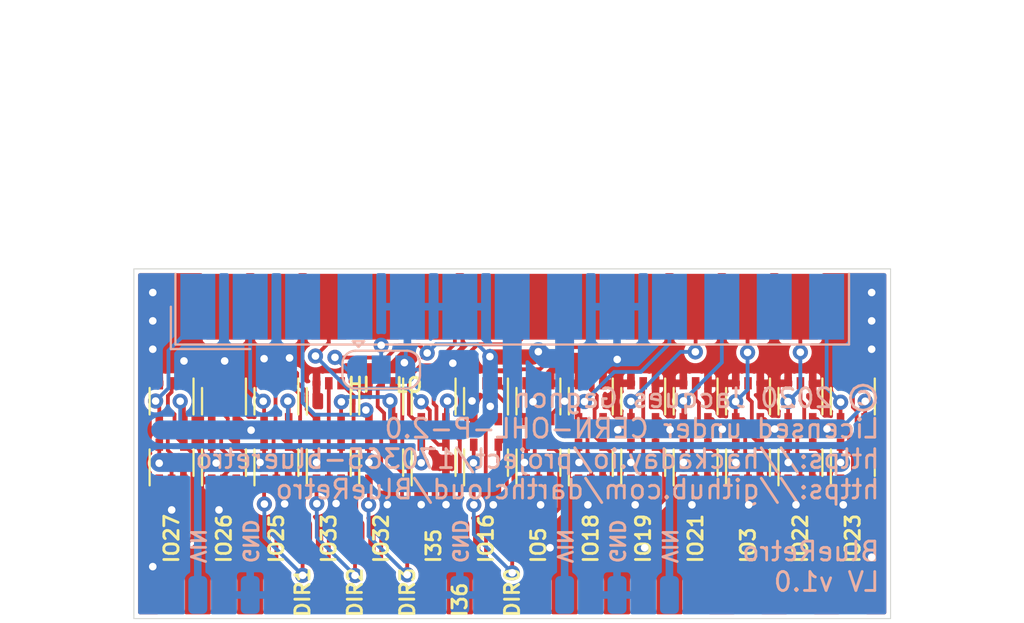
<source format=kicad_pcb>
(kicad_pcb (version 20171130) (host pcbnew "(5.1.6)-1")
  (title_block (title "BlueRetro Level Shifter cable adapter") (date 2020-09-05) (rev v1.0))
  (layers (0 F.Cu signal) (31 B.Cu signal) (34 B.Paste user) (35 F.Paste user) (36 B.SilkS user) (37 F.SilkS user) (38 B.Mask user) (39 F.Mask user) (44 Edge.Cuts user))
  (net 0 "")
  (net 1 /IO22)
  (net 2 /IO3)
  (net 3 /IO19)
  (net 4 /IO5)
  (net 5 /IO16)
  (net 6 /I36)
  (net 7 /I39)
  (net 8 /I35)
  (net 9 /IO33)
  (net 10 /IO26)
  (net 11 /IO23)
  (net 12 /IO21)
  (net 13 /IO18)
  (net 14 /GND)
  (net 15 /VOUT)
  (net 16 /VIN)
  (net 17 /IO32)
  (net 18 /IO25)
  (net 19 /IO27)
  (net 20 /DIR0)
  (net 21 /DIR1)
  (net 22 /DIR2)
  (net 23 /DIR3)
  (net 24 /IO23_C)
  (net 25 /IO22_C)
  (net 26 /IO3_C)
  (net 27 /IO21_C)
  (net 28 /IO19_C)
  (net 29 /IO18_C)
  (net 30 /IO5_C)
  (net 31 /IO16_C)
  (net 32 /I36_C)
  (net 33 /I35_C)
  (net 34 /IO32_C)
  (net 35 /IO33_C)
  (net 36 /IO25_C)
  (net 37 /IO26_C)
  (net 38 /IO27_C)
  (module levelshifter:SolderWirePad_1x01_SMD_1x2mm (layer B.Cu) (at 8.31 8)
    (fp_text reference J7 hide)
    (fp_text value Conn_01x01)
    (pad 1 smd roundrect (at 0 0) (size 1 2) (layers B.Cu B.Paste B.Mask) (net 16 /VIN))
  )
  (module levelshifter:SolderWirePad_1x01_SMD_1x2mm (layer B.Cu) (at -16.62 8)
    (fp_text reference J6 hide)
    (fp_text value Conn_01x01)
    (pad 1 smd roundrect (at 0 0) (size 1 2) (layers B.Cu B.Paste B.Mask) (net 16 /VIN))
  )
  (module levelshifter:SOT-353_SC-70-5 (layer F.Cu) (at -6.925 1 90)
    (fp_text reference U28 hide)
    (fp_text value 74AHCT1G125)
    (pad 5 smd rect (at 0.95 -0.65 90) (size 0.65 0.4) (layers F.Cu F.Paste F.Mask) (net 16 /VIN))
    (pad 4 smd rect (at 0.95 0.65 90) (size 0.65 0.4) (layers F.Cu F.Paste F.Mask) (net 34 /IO32_C))
    (pad 2 smd rect (at -0.95 0 90) (size 0.65 0.4) (layers F.Cu F.Paste F.Mask) (net 17 /IO32))
    (pad 3 smd rect (at -0.95 0.65 90) (size 0.65 0.4) (layers F.Cu F.Paste F.Mask) (net 14 /GND))
    (pad 1 smd rect (at -0.95 -0.65 90) (size 0.65 0.4) (layers F.Cu F.Paste F.Mask) (net 23 /DIR3))
  )
  (module levelshifter:SOT-353_SC-70-5 (layer F.Cu) (at -6.925 -2.25 270)
    (fp_text reference U27 hide)
    (fp_text value 74AHCT1G126)
    (pad 5 smd rect (at 0.95 -0.65 270) (size 0.65 0.4) (layers F.Cu F.Paste F.Mask) (net 15 /VOUT))
    (pad 4 smd rect (at 0.95 0.65 270) (size 0.65 0.4) (layers F.Cu F.Paste F.Mask) (net 17 /IO32))
    (pad 2 smd rect (at -0.95 0 270) (size 0.65 0.4) (layers F.Cu F.Paste F.Mask) (net 34 /IO32_C))
    (pad 3 smd rect (at -0.95 0.65 270) (size 0.65 0.4) (layers F.Cu F.Paste F.Mask) (net 14 /GND))
    (pad 1 smd rect (at -0.95 -0.65 270) (size 0.65 0.4) (layers F.Cu F.Paste F.Mask) (net 23 /DIR3))
  )
  (module levelshifter:SOT-353_SC-70-5 (layer F.Cu) (at 9.695 1 90)
    (fp_text reference U26 hide)
    (fp_text value 74AHCT1G125)
    (pad 5 smd rect (at 0.95 -0.65 90) (size 0.65 0.4) (layers F.Cu F.Paste F.Mask) (net 16 /VIN))
    (pad 4 smd rect (at 0.95 0.65 90) (size 0.65 0.4) (layers F.Cu F.Paste F.Mask) (net 27 /IO21_C))
    (pad 2 smd rect (at -0.95 0 90) (size 0.65 0.4) (layers F.Cu F.Paste F.Mask) (net 12 /IO21))
    (pad 3 smd rect (at -0.95 0.65 90) (size 0.65 0.4) (layers F.Cu F.Paste F.Mask) (net 14 /GND))
    (pad 1 smd rect (at -0.95 -0.65 90) (size 0.65 0.4) (layers F.Cu F.Paste F.Mask) (net 14 /GND))
  )
  (module levelshifter:SOT-353_SC-70-5 (layer F.Cu) (at -18.005 1 90)
    (fp_text reference U25 hide)
    (fp_text value 74AHCT1G125)
    (pad 5 smd rect (at 0.95 -0.65 90) (size 0.65 0.4) (layers F.Cu F.Paste F.Mask) (net 16 /VIN))
    (pad 4 smd rect (at 0.95 0.65 90) (size 0.65 0.4) (layers F.Cu F.Paste F.Mask) (net 38 /IO27_C))
    (pad 2 smd rect (at -0.95 0 90) (size 0.65 0.4) (layers F.Cu F.Paste F.Mask) (net 19 /IO27))
    (pad 3 smd rect (at -0.95 0.65 90) (size 0.65 0.4) (layers F.Cu F.Paste F.Mask) (net 14 /GND))
    (pad 1 smd rect (at -0.95 -0.65 90) (size 0.65 0.4) (layers F.Cu F.Paste F.Mask) (net 14 /GND))
  )
  (module levelshifter:SOT-353_SC-70-5 (layer F.Cu) (at -15.235 1 90)
    (fp_text reference U24 hide)
    (fp_text value 74AHCT1G125)
    (pad 5 smd rect (at 0.95 -0.65 90) (size 0.65 0.4) (layers F.Cu F.Paste F.Mask) (net 16 /VIN))
    (pad 4 smd rect (at 0.95 0.65 90) (size 0.65 0.4) (layers F.Cu F.Paste F.Mask) (net 37 /IO26_C))
    (pad 2 smd rect (at -0.95 0 90) (size 0.65 0.4) (layers F.Cu F.Paste F.Mask) (net 10 /IO26))
    (pad 3 smd rect (at -0.95 0.65 90) (size 0.65 0.4) (layers F.Cu F.Paste F.Mask) (net 14 /GND))
    (pad 1 smd rect (at -0.95 -0.65 90) (size 0.65 0.4) (layers F.Cu F.Paste F.Mask) (net 14 /GND))
  )
  (module levelshifter:SOT-353_SC-70-5 (layer F.Cu) (at -9.695 1 90)
    (fp_text reference U23 hide)
    (fp_text value 74AHCT1G125)
    (pad 5 smd rect (at 0.95 -0.65 90) (size 0.65 0.4) (layers F.Cu F.Paste F.Mask) (net 16 /VIN))
    (pad 4 smd rect (at 0.95 0.65 90) (size 0.65 0.4) (layers F.Cu F.Paste F.Mask) (net 35 /IO33_C))
    (pad 2 smd rect (at -0.95 0 90) (size 0.65 0.4) (layers F.Cu F.Paste F.Mask) (net 9 /IO33))
    (pad 3 smd rect (at -0.95 0.65 90) (size 0.65 0.4) (layers F.Cu F.Paste F.Mask) (net 14 /GND))
    (pad 1 smd rect (at -0.95 -0.65 90) (size 0.65 0.4) (layers F.Cu F.Paste F.Mask) (net 22 /DIR2))
  )
  (module levelshifter:SOT-353_SC-70-5 (layer F.Cu) (at -12.465 1 90)
    (fp_text reference U22 hide)
    (fp_text value 74AHCT1G125)
    (pad 5 smd rect (at 0.95 -0.65 90) (size 0.65 0.4) (layers F.Cu F.Paste F.Mask) (net 16 /VIN))
    (pad 4 smd rect (at 0.95 0.65 90) (size 0.65 0.4) (layers F.Cu F.Paste F.Mask) (net 36 /IO25_C))
    (pad 2 smd rect (at -0.95 0 90) (size 0.65 0.4) (layers F.Cu F.Paste F.Mask) (net 18 /IO25))
    (pad 3 smd rect (at -0.95 0.65 90) (size 0.65 0.4) (layers F.Cu F.Paste F.Mask) (net 14 /GND))
    (pad 1 smd rect (at -0.95 -0.65 90) (size 0.65 0.4) (layers F.Cu F.Paste F.Mask) (net 21 /DIR1))
  )
  (module levelshifter:SOT-353_SC-70-5 (layer F.Cu) (at -1.385 1 90)
    (fp_text reference U21 hide)
    (fp_text value 74AHCT1G125)
    (pad 5 smd rect (at 0.95 -0.65 90) (size 0.65 0.4) (layers F.Cu F.Paste F.Mask) (net 16 /VIN))
    (pad 4 smd rect (at 0.95 0.65 90) (size 0.65 0.4) (layers F.Cu F.Paste F.Mask) (net 31 /IO16_C))
    (pad 2 smd rect (at -0.95 0 90) (size 0.65 0.4) (layers F.Cu F.Paste F.Mask) (net 5 /IO16))
    (pad 3 smd rect (at -0.95 0.65 90) (size 0.65 0.4) (layers F.Cu F.Paste F.Mask) (net 14 /GND))
    (pad 1 smd rect (at -0.95 -0.65 90) (size 0.65 0.4) (layers F.Cu F.Paste F.Mask) (net 20 /DIR0))
  )
  (module levelshifter:SOT-353_SC-70-5 (layer F.Cu) (at -4.155 1 90)
    (fp_text reference U20 hide)
    (fp_text value 74AHCT1G126)
    (pad 5 smd rect (at 0.95 -0.65 90) (size 0.65 0.4) (layers F.Cu F.Paste F.Mask) (net 15 /VOUT))
    (pad 4 smd rect (at 0.95 0.65 90) (size 0.65 0.4) (layers F.Cu F.Paste F.Mask) (net 8 /I35))
    (pad 2 smd rect (at -0.95 0 90) (size 0.65 0.4) (layers F.Cu F.Paste F.Mask) (net 33 /I35_C))
    (pad 3 smd rect (at -0.95 0.65 90) (size 0.65 0.4) (layers F.Cu F.Paste F.Mask) (net 14 /GND))
    (pad 1 smd rect (at -0.95 -0.65 90) (size 0.65 0.4) (layers F.Cu F.Paste F.Mask) (net 14 /GND))
  )
  (module levelshifter:SOT-353_SC-70-5 (layer F.Cu) (at 9.695 -2.25 270)
    (fp_text reference U19 hide)
    (fp_text value 74AHCT1G126)
    (pad 5 smd rect (at 0.95 -0.65 270) (size 0.65 0.4) (layers F.Cu F.Paste F.Mask) (net 15 /VOUT))
    (pad 4 smd rect (at 0.95 0.65 270) (size 0.65 0.4) (layers F.Cu F.Paste F.Mask) (net 12 /IO21))
    (pad 2 smd rect (at -0.95 0 270) (size 0.65 0.4) (layers F.Cu F.Paste F.Mask) (net 27 /IO21_C))
    (pad 3 smd rect (at -0.95 0.65 270) (size 0.65 0.4) (layers F.Cu F.Paste F.Mask) (net 14 /GND))
    (pad 1 smd rect (at -0.95 -0.65 270) (size 0.65 0.4) (layers F.Cu F.Paste F.Mask) (net 14 /GND))
  )
  (module levelshifter:SOT-353_SC-70-5 (layer F.Cu) (at -18.005 -2.25 270)
    (fp_text reference U18 hide)
    (fp_text value 74AHCT1G126)
    (pad 5 smd rect (at 0.95 -0.65 270) (size 0.65 0.4) (layers F.Cu F.Paste F.Mask) (net 15 /VOUT))
    (pad 4 smd rect (at 0.95 0.65 270) (size 0.65 0.4) (layers F.Cu F.Paste F.Mask) (net 19 /IO27))
    (pad 2 smd rect (at -0.95 0 270) (size 0.65 0.4) (layers F.Cu F.Paste F.Mask) (net 38 /IO27_C))
    (pad 3 smd rect (at -0.95 0.65 270) (size 0.65 0.4) (layers F.Cu F.Paste F.Mask) (net 14 /GND))
    (pad 1 smd rect (at -0.95 -0.65 270) (size 0.65 0.4) (layers F.Cu F.Paste F.Mask) (net 14 /GND))
  )
  (module levelshifter:SOT-353_SC-70-5 (layer F.Cu) (at -15.235 -2.25 270)
    (fp_text reference U17 hide)
    (fp_text value 74AHCT1G126)
    (pad 5 smd rect (at 0.95 -0.65 270) (size 0.65 0.4) (layers F.Cu F.Paste F.Mask) (net 15 /VOUT))
    (pad 4 smd rect (at 0.95 0.65 270) (size 0.65 0.4) (layers F.Cu F.Paste F.Mask) (net 10 /IO26))
    (pad 2 smd rect (at -0.95 0 270) (size 0.65 0.4) (layers F.Cu F.Paste F.Mask) (net 37 /IO26_C))
    (pad 3 smd rect (at -0.95 0.65 270) (size 0.65 0.4) (layers F.Cu F.Paste F.Mask) (net 14 /GND))
    (pad 1 smd rect (at -0.95 -0.65 270) (size 0.65 0.4) (layers F.Cu F.Paste F.Mask) (net 14 /GND))
  )
  (module levelshifter:SOT-353_SC-70-5 (layer F.Cu) (at -9.695 -2.25 270)
    (fp_text reference U16 hide)
    (fp_text value 74AHCT1G126)
    (pad 5 smd rect (at 0.95 -0.65 270) (size 0.65 0.4) (layers F.Cu F.Paste F.Mask) (net 15 /VOUT))
    (pad 4 smd rect (at 0.95 0.65 270) (size 0.65 0.4) (layers F.Cu F.Paste F.Mask) (net 9 /IO33))
    (pad 2 smd rect (at -0.95 0 270) (size 0.65 0.4) (layers F.Cu F.Paste F.Mask) (net 35 /IO33_C))
    (pad 3 smd rect (at -0.95 0.65 270) (size 0.65 0.4) (layers F.Cu F.Paste F.Mask) (net 14 /GND))
    (pad 1 smd rect (at -0.95 -0.65 270) (size 0.65 0.4) (layers F.Cu F.Paste F.Mask) (net 22 /DIR2))
  )
  (module levelshifter:SOT-353_SC-70-5 (layer F.Cu) (at -12.465 -2.25 270)
    (fp_text reference U15 hide)
    (fp_text value 74AHCT1G126)
    (pad 5 smd rect (at 0.95 -0.65 270) (size 0.65 0.4) (layers F.Cu F.Paste F.Mask) (net 15 /VOUT))
    (pad 4 smd rect (at 0.95 0.65 270) (size 0.65 0.4) (layers F.Cu F.Paste F.Mask) (net 18 /IO25))
    (pad 2 smd rect (at -0.95 0 270) (size 0.65 0.4) (layers F.Cu F.Paste F.Mask) (net 36 /IO25_C))
    (pad 3 smd rect (at -0.95 0.65 270) (size 0.65 0.4) (layers F.Cu F.Paste F.Mask) (net 14 /GND))
    (pad 1 smd rect (at -0.95 -0.65 270) (size 0.65 0.4) (layers F.Cu F.Paste F.Mask) (net 21 /DIR1))
  )
  (module levelshifter:SOT-353_SC-70-5 (layer F.Cu) (at -1.385 -2.25 270)
    (fp_text reference U14 hide)
    (fp_text value 74AHCT1G126)
    (pad 5 smd rect (at 0.95 -0.65 270) (size 0.65 0.4) (layers F.Cu F.Paste F.Mask) (net 15 /VOUT))
    (pad 4 smd rect (at 0.95 0.65 270) (size 0.65 0.4) (layers F.Cu F.Paste F.Mask) (net 5 /IO16))
    (pad 2 smd rect (at -0.95 0 270) (size 0.65 0.4) (layers F.Cu F.Paste F.Mask) (net 31 /IO16_C))
    (pad 3 smd rect (at -0.95 0.65 270) (size 0.65 0.4) (layers F.Cu F.Paste F.Mask) (net 14 /GND))
    (pad 1 smd rect (at -0.95 -0.65 270) (size 0.65 0.4) (layers F.Cu F.Paste F.Mask) (net 20 /DIR0))
  )
  (module levelshifter:SOT-353_SC-70-5 (layer F.Cu) (at 1.385 1 90)
    (fp_text reference U13 hide)
    (fp_text value 74AHCT1G125)
    (pad 5 smd rect (at 0.95 -0.65 90) (size 0.65 0.4) (layers F.Cu F.Paste F.Mask) (net 16 /VIN))
    (pad 4 smd rect (at 0.95 0.65 90) (size 0.65 0.4) (layers F.Cu F.Paste F.Mask) (net 30 /IO5_C))
    (pad 2 smd rect (at -0.95 0 90) (size 0.65 0.4) (layers F.Cu F.Paste F.Mask) (net 4 /IO5))
    (pad 3 smd rect (at -0.95 0.65 90) (size 0.65 0.4) (layers F.Cu F.Paste F.Mask) (net 14 /GND))
    (pad 1 smd rect (at -0.95 -0.65 90) (size 0.65 0.4) (layers F.Cu F.Paste F.Mask) (net 14 /GND))
  )
  (module levelshifter:SOT-353_SC-70-5 (layer F.Cu) (at 4.155 1 90)
    (fp_text reference U12 hide)
    (fp_text value 74AHCT1G125)
    (pad 5 smd rect (at 0.95 -0.65 90) (size 0.65 0.4) (layers F.Cu F.Paste F.Mask) (net 16 /VIN))
    (pad 4 smd rect (at 0.95 0.65 90) (size 0.65 0.4) (layers F.Cu F.Paste F.Mask) (net 29 /IO18_C))
    (pad 2 smd rect (at -0.95 0 90) (size 0.65 0.4) (layers F.Cu F.Paste F.Mask) (net 13 /IO18))
    (pad 3 smd rect (at -0.95 0.65 90) (size 0.65 0.4) (layers F.Cu F.Paste F.Mask) (net 14 /GND))
    (pad 1 smd rect (at -0.95 -0.65 90) (size 0.65 0.4) (layers F.Cu F.Paste F.Mask) (net 14 /GND))
  )
  (module levelshifter:SOT-353_SC-70-5 (layer F.Cu) (at 6.925 1 90)
    (fp_text reference U11 hide)
    (fp_text value 74AHCT1G125)
    (pad 5 smd rect (at 0.95 -0.65 90) (size 0.65 0.4) (layers F.Cu F.Paste F.Mask) (net 16 /VIN))
    (pad 4 smd rect (at 0.95 0.65 90) (size 0.65 0.4) (layers F.Cu F.Paste F.Mask) (net 28 /IO19_C))
    (pad 2 smd rect (at -0.95 0 90) (size 0.65 0.4) (layers F.Cu F.Paste F.Mask) (net 3 /IO19))
    (pad 3 smd rect (at -0.95 0.65 90) (size 0.65 0.4) (layers F.Cu F.Paste F.Mask) (net 14 /GND))
    (pad 1 smd rect (at -0.95 -0.65 90) (size 0.65 0.4) (layers F.Cu F.Paste F.Mask) (net 14 /GND))
  )
  (module levelshifter:SOT-353_SC-70-5 (layer F.Cu) (at 12.465 1 90)
    (fp_text reference U10 hide)
    (fp_text value 74AHCT1G125)
    (pad 5 smd rect (at 0.95 -0.65 90) (size 0.65 0.4) (layers F.Cu F.Paste F.Mask) (net 16 /VIN))
    (pad 4 smd rect (at 0.95 0.65 90) (size 0.65 0.4) (layers F.Cu F.Paste F.Mask) (net 26 /IO3_C))
    (pad 2 smd rect (at -0.95 0 90) (size 0.65 0.4) (layers F.Cu F.Paste F.Mask) (net 2 /IO3))
    (pad 3 smd rect (at -0.95 0.65 90) (size 0.65 0.4) (layers F.Cu F.Paste F.Mask) (net 14 /GND))
    (pad 1 smd rect (at -0.95 -0.65 90) (size 0.65 0.4) (layers F.Cu F.Paste F.Mask) (net 14 /GND))
  )
  (module levelshifter:SOT-353_SC-70-5 (layer F.Cu) (at 15.235 1 90)
    (fp_text reference U9 hide)
    (fp_text value 74AHCT1G125)
    (pad 5 smd rect (at 0.95 -0.65 90) (size 0.65 0.4) (layers F.Cu F.Paste F.Mask) (net 16 /VIN))
    (pad 4 smd rect (at 0.95 0.65 90) (size 0.65 0.4) (layers F.Cu F.Paste F.Mask) (net 25 /IO22_C))
    (pad 2 smd rect (at -0.95 0 90) (size 0.65 0.4) (layers F.Cu F.Paste F.Mask) (net 1 /IO22))
    (pad 3 smd rect (at -0.95 0.65 90) (size 0.65 0.4) (layers F.Cu F.Paste F.Mask) (net 14 /GND))
    (pad 1 smd rect (at -0.95 -0.65 90) (size 0.65 0.4) (layers F.Cu F.Paste F.Mask) (net 14 /GND))
  )
  (module levelshifter:SOT-353_SC-70-5 (layer F.Cu) (at 18.005 1 90)
    (fp_text reference U8 hide)
    (fp_text value 74AHCT1G125)
    (pad 5 smd rect (at 0.95 -0.65 90) (size 0.65 0.4) (layers F.Cu F.Paste F.Mask) (net 16 /VIN))
    (pad 4 smd rect (at 0.95 0.65 90) (size 0.65 0.4) (layers F.Cu F.Paste F.Mask) (net 24 /IO23_C))
    (pad 2 smd rect (at -0.95 0 90) (size 0.65 0.4) (layers F.Cu F.Paste F.Mask) (net 11 /IO23))
    (pad 3 smd rect (at -0.95 0.65 90) (size 0.65 0.4) (layers F.Cu F.Paste F.Mask) (net 14 /GND))
    (pad 1 smd rect (at -0.95 -0.65 90) (size 0.65 0.4) (layers F.Cu F.Paste F.Mask) (net 14 /GND))
  )
  (module levelshifter:SOT-353_SC-70-5 (layer F.Cu) (at -4.155 -2.25 270)
    (fp_text reference U7 hide)
    (fp_text value 74AHCT1G126)
    (pad 5 smd rect (at 0.95 -0.65 270) (size 0.65 0.4) (layers F.Cu F.Paste F.Mask) (net 15 /VOUT))
    (pad 4 smd rect (at 0.95 0.65 270) (size 0.65 0.4) (layers F.Cu F.Paste F.Mask) (net 6 /I36))
    (pad 2 smd rect (at -0.95 0 270) (size 0.65 0.4) (layers F.Cu F.Paste F.Mask) (net 32 /I36_C))
    (pad 3 smd rect (at -0.95 0.65 270) (size 0.65 0.4) (layers F.Cu F.Paste F.Mask) (net 14 /GND))
    (pad 1 smd rect (at -0.95 -0.65 270) (size 0.65 0.4) (layers F.Cu F.Paste F.Mask) (net 14 /GND))
  )
  (module levelshifter:SOT-353_SC-70-5 (layer F.Cu) (at 1.385 -2.25 270)
    (fp_text reference U6 hide)
    (fp_text value 74AHCT1G126)
    (pad 5 smd rect (at 0.95 -0.65 270) (size 0.65 0.4) (layers F.Cu F.Paste F.Mask) (net 15 /VOUT))
    (pad 4 smd rect (at 0.95 0.65 270) (size 0.65 0.4) (layers F.Cu F.Paste F.Mask) (net 4 /IO5))
    (pad 2 smd rect (at -0.95 0 270) (size 0.65 0.4) (layers F.Cu F.Paste F.Mask) (net 30 /IO5_C))
    (pad 3 smd rect (at -0.95 0.65 270) (size 0.65 0.4) (layers F.Cu F.Paste F.Mask) (net 14 /GND))
    (pad 1 smd rect (at -0.95 -0.65 270) (size 0.65 0.4) (layers F.Cu F.Paste F.Mask) (net 14 /GND))
  )
  (module levelshifter:SOT-353_SC-70-5 (layer F.Cu) (at 4.155 -2.25 270)
    (fp_text reference U5 hide)
    (fp_text value 74AHCT1G126)
    (pad 5 smd rect (at 0.95 -0.65 270) (size 0.65 0.4) (layers F.Cu F.Paste F.Mask) (net 15 /VOUT))
    (pad 4 smd rect (at 0.95 0.65 270) (size 0.65 0.4) (layers F.Cu F.Paste F.Mask) (net 13 /IO18))
    (pad 2 smd rect (at -0.95 0 270) (size 0.65 0.4) (layers F.Cu F.Paste F.Mask) (net 29 /IO18_C))
    (pad 3 smd rect (at -0.95 0.65 270) (size 0.65 0.4) (layers F.Cu F.Paste F.Mask) (net 14 /GND))
    (pad 1 smd rect (at -0.95 -0.65 270) (size 0.65 0.4) (layers F.Cu F.Paste F.Mask) (net 14 /GND))
  )
  (module levelshifter:SOT-353_SC-70-5 (layer F.Cu) (at 6.925 -2.25 270)
    (fp_text reference U4 hide)
    (fp_text value 74AHCT1G126)
    (pad 5 smd rect (at 0.95 -0.65 270) (size 0.65 0.4) (layers F.Cu F.Paste F.Mask) (net 15 /VOUT))
    (pad 4 smd rect (at 0.95 0.65 270) (size 0.65 0.4) (layers F.Cu F.Paste F.Mask) (net 3 /IO19))
    (pad 2 smd rect (at -0.95 0 270) (size 0.65 0.4) (layers F.Cu F.Paste F.Mask) (net 28 /IO19_C))
    (pad 3 smd rect (at -0.95 0.65 270) (size 0.65 0.4) (layers F.Cu F.Paste F.Mask) (net 14 /GND))
    (pad 1 smd rect (at -0.95 -0.65 270) (size 0.65 0.4) (layers F.Cu F.Paste F.Mask) (net 14 /GND))
  )
  (module levelshifter:SOT-353_SC-70-5 (layer F.Cu) (at 12.465 -2.25 270)
    (fp_text reference U3 hide)
    (fp_text value 74AHCT1G126)
    (pad 5 smd rect (at 0.95 -0.65 270) (size 0.65 0.4) (layers F.Cu F.Paste F.Mask) (net 15 /VOUT))
    (pad 4 smd rect (at 0.95 0.65 270) (size 0.65 0.4) (layers F.Cu F.Paste F.Mask) (net 2 /IO3))
    (pad 2 smd rect (at -0.95 0 270) (size 0.65 0.4) (layers F.Cu F.Paste F.Mask) (net 26 /IO3_C))
    (pad 3 smd rect (at -0.95 0.65 270) (size 0.65 0.4) (layers F.Cu F.Paste F.Mask) (net 14 /GND))
    (pad 1 smd rect (at -0.95 -0.65 270) (size 0.65 0.4) (layers F.Cu F.Paste F.Mask) (net 14 /GND))
  )
  (module levelshifter:SOT-353_SC-70-5 (layer F.Cu) (at 15.235 -2.25 270)
    (fp_text reference U2 hide)
    (fp_text value 74AHCT1G126)
    (pad 5 smd rect (at 0.95 -0.65 270) (size 0.65 0.4) (layers F.Cu F.Paste F.Mask) (net 15 /VOUT))
    (pad 4 smd rect (at 0.95 0.65 270) (size 0.65 0.4) (layers F.Cu F.Paste F.Mask) (net 1 /IO22))
    (pad 2 smd rect (at -0.95 0 270) (size 0.65 0.4) (layers F.Cu F.Paste F.Mask) (net 25 /IO22_C))
    (pad 3 smd rect (at -0.95 0.65 270) (size 0.65 0.4) (layers F.Cu F.Paste F.Mask) (net 14 /GND))
    (pad 1 smd rect (at -0.95 -0.65 270) (size 0.65 0.4) (layers F.Cu F.Paste F.Mask) (net 14 /GND))
  )
  (module levelshifter:SOT-353_SC-70-5 (layer F.Cu) (at 18.005 -2.25 270)
    (fp_text reference U1 hide)
    (fp_text value 74AHCT1G126)
    (pad 5 smd rect (at 0.95 -0.65 270) (size 0.65 0.4) (layers F.Cu F.Paste F.Mask) (net 15 /VOUT))
    (pad 4 smd rect (at 0.95 0.65 270) (size 0.65 0.4) (layers F.Cu F.Paste F.Mask) (net 11 /IO23))
    (pad 2 smd rect (at -0.95 0 270) (size 0.65 0.4) (layers F.Cu F.Paste F.Mask) (net 24 /IO23_C))
    (pad 3 smd rect (at -0.95 0.65 270) (size 0.65 0.4) (layers F.Cu F.Paste F.Mask) (net 14 /GND))
    (pad 1 smd rect (at -0.95 -0.65 270) (size 0.65 0.4) (layers F.Cu F.Paste F.Mask) (net 14 /GND))
  )
  (module levelshifter:SolderWirePad_1x01_SMD_1x2mm (layer F.Cu) (at -5.54 5)
    (fp_text reference J5 hide)
    (fp_text value Conn_01x01)
    (pad 1 smd roundrect (at 0 0) (size 1 2) (layers F.Cu F.Paste F.Mask) (net 23 /DIR3))
  )
  (module levelshifter:SolderWirePad_1x01_SMD_1x2mm (layer F.Cu) (at -8.31 5)
    (fp_text reference J4 hide)
    (fp_text value Conn_01x01)
    (pad 1 smd roundrect (at 0 0) (size 1 2) (layers F.Cu F.Paste F.Mask) (net 22 /DIR2))
  )
  (module levelshifter:SolderWirePad_1x01_SMD_1x2mm (layer F.Cu) (at -11.08 5)
    (fp_text reference J3 hide)
    (fp_text value Conn_01x01)
    (pad 1 smd roundrect (at 0 0) (size 1 2) (layers F.Cu F.Paste F.Mask) (net 21 /DIR1))
  )
  (module levelshifter:SolderWirePad_1x01_SMD_1x2mm (layer F.Cu) (at 0 5)
    (fp_text reference J2 hide)
    (fp_text value Conn_01x01)
    (pad 1 smd roundrect (at 0 0) (size 1 2) (layers F.Cu F.Paste F.Mask) (net 20 /DIR0))
  )
  (module levelshifter:SolderJumper-3_P1.3mm_Open_RoundedPad1.0x1.5mm (layer B.Cu) (at -6.925 -3.92)
    (fp_text reference JP1 hide)
    (fp_text value SolderJumper_3_Open)
    (pad 2 smd rect (at 0 0) (size 1 1.5) (layers B.Cu B.Mask) (net 7 /I39))
    (pad 3 smd custom (at 1.3 0) (size 1 0.5) (layers B.Cu B.Mask) (net 14 /GND) (options (clearance outline) (anchor rect)) (primitives (gr_circle (center 0 -0.25) (end 0.5 -0.25) (width 0)) (gr_circle (center 0 0.25) (end 0.5 0.25) (width 0)) (gr_poly (pts (xy -0.55 0.75) (xy 0 0.75) (xy 0 -0.75) (xy -0.55 -0.75)) (width 0))))
    (pad 1 smd custom (at -1.3 0) (size 1 0.5) (layers B.Cu B.Mask) (net 15 /VOUT) (options (clearance outline) (anchor rect)) (primitives (gr_circle (center 0 -0.25) (end 0.5 -0.25) (width 0)) (gr_circle (center 0 0.25) (end 0.5 0.25) (width 0)) (gr_poly (pts (xy 0.55 0.75) (xy 0 0.75) (xy 0 -0.75) (xy 0.55 -0.75)) (width 0))))
  )
  (module levelshifter:SolderWirePad_1x01_SMD_1x2mm (layer F.Cu) (at -18.005 8)
    (fp_text reference J29 hide)
    (fp_text value Conn_01x01)
    (pad 1 smd roundrect (at 0 0) (size 1 2) (layers F.Cu F.Paste F.Mask) (net 38 /IO27_C))
  )
  (module levelshifter:SolderWirePad_1x01_SMD_1x2mm (layer F.Cu) (at -15.235 8)
    (fp_text reference J28 hide)
    (fp_text value Conn_01x01)
    (pad 1 smd roundrect (at 0 0) (size 1 2) (layers F.Cu F.Paste F.Mask) (net 37 /IO26_C))
  )
  (module levelshifter:SolderWirePad_1x01_SMD_1x2mm (layer F.Cu) (at -12.465 8)
    (fp_text reference J27 hide)
    (fp_text value Conn_01x01)
    (pad 1 smd roundrect (at 0 0) (size 1 2) (layers F.Cu F.Paste F.Mask) (net 36 /IO25_C))
  )
  (module levelshifter:SolderWirePad_1x01_SMD_1x2mm (layer F.Cu) (at -9.695 8)
    (fp_text reference J26 hide)
    (fp_text value Conn_01x01)
    (pad 1 smd roundrect (at 0 0) (size 1 2) (layers F.Cu F.Paste F.Mask) (net 35 /IO33_C))
  )
  (module levelshifter:SolderWirePad_1x01_SMD_1x2mm (layer F.Cu) (at -6.925 8)
    (fp_text reference J25 hide)
    (fp_text value Conn_01x01)
    (pad 1 smd roundrect (at 0 0) (size 1 2) (layers F.Cu F.Paste F.Mask) (net 34 /IO32_C))
  )
  (module levelshifter:SolderWirePad_1x01_SMD_1x2mm (layer F.Cu) (at -4.155 8)
    (fp_text reference J24 hide)
    (fp_text value Conn_01x01)
    (pad 1 smd roundrect (at 0 0) (size 1 2) (layers F.Cu F.Paste F.Mask) (net 33 /I35_C))
  )
  (module levelshifter:SolderWirePad_1x01_SMD_1x2mm (layer B.Cu) (at 5.54 8)
    (fp_text reference J23 hide)
    (fp_text value Conn_01x01)
    (pad 1 smd roundrect (at 0 0) (size 1 2) (layers B.Cu B.Paste B.Mask) (net 14 /GND))
  )
  (module levelshifter:SolderWirePad_1x01_SMD_1x2mm (layer F.Cu) (at -2.77 5)
    (fp_text reference J22 hide)
    (fp_text value Conn_01x01)
    (pad 1 smd roundrect (at 0 0) (size 1 2) (layers F.Cu F.Paste F.Mask) (net 32 /I36_C))
  )
  (module levelshifter:SolderWirePad_1x01_SMD_1x2mm (layer B.Cu) (at -2.77 8)
    (fp_text reference J21 hide)
    (fp_text value Conn_01x01)
    (pad 1 smd roundrect (at 0 0) (size 1 2) (layers B.Cu B.Paste B.Mask) (net 14 /GND))
  )
  (module levelshifter:SolderWirePad_1x01_SMD_1x2mm (layer B.Cu) (at 2.77 8)
    (fp_text reference J20 hide)
    (fp_text value Conn_01x01)
    (pad 1 smd roundrect (at 0 0) (size 1 2) (layers B.Cu B.Paste B.Mask) (net 16 /VIN))
  )
  (module levelshifter:SolderWirePad_1x01_SMD_1x2mm (layer F.Cu) (at -1.385 8)
    (fp_text reference J19 hide)
    (fp_text value Conn_01x01)
    (pad 1 smd roundrect (at 0 0) (size 1 2) (layers F.Cu F.Paste F.Mask) (net 31 /IO16_C))
  )
  (module levelshifter:SolderWirePad_1x01_SMD_1x2mm (layer B.Cu) (at -13.85 8)
    (fp_text reference J17 hide)
    (fp_text value Conn_01x01)
    (pad 1 smd roundrect (at 0 0) (size 1 2) (layers B.Cu B.Paste B.Mask) (net 14 /GND))
  )
  (module levelshifter:SolderWirePad_1x01_SMD_1x2mm (layer F.Cu) (at 1.385 8)
    (fp_text reference J16 hide)
    (fp_text value Conn_01x01)
    (pad 1 smd roundrect (at 0 0) (size 1 2) (layers F.Cu F.Paste F.Mask) (net 30 /IO5_C))
  )
  (module levelshifter:SolderWirePad_1x01_SMD_1x2mm (layer F.Cu) (at 4.155 8)
    (fp_text reference J15 hide)
    (fp_text value Conn_01x01)
    (pad 1 smd roundrect (at 0 0) (size 1 2) (layers F.Cu F.Paste F.Mask) (net 29 /IO18_C))
  )
  (module levelshifter:SolderWirePad_1x01_SMD_1x2mm (layer F.Cu) (at 6.925 8)
    (fp_text reference J14 hide)
    (fp_text value Conn_01x01)
    (pad 1 smd roundrect (at 0 0) (size 1 2) (layers F.Cu F.Paste F.Mask) (net 28 /IO19_C))
  )
  (module levelshifter:SolderWirePad_1x01_SMD_1x2mm (layer F.Cu) (at 9.695 8)
    (fp_text reference J13 hide)
    (fp_text value Conn_01x01)
    (pad 1 smd roundrect (at 0 0) (size 1 2) (layers F.Cu F.Paste F.Mask) (net 27 /IO21_C))
  )
  (module levelshifter:SolderWirePad_1x01_SMD_1x2mm (layer F.Cu) (at 12.465 8)
    (fp_text reference J12 hide)
    (fp_text value Conn_01x01)
    (pad 1 smd roundrect (at 0 0) (size 1 2) (layers F.Cu F.Paste F.Mask) (net 26 /IO3_C))
  )
  (module levelshifter:SolderWirePad_1x01_SMD_1x2mm (layer F.Cu) (at 15.235 8)
    (fp_text reference J10 hide)
    (fp_text value Conn_01x01)
    (pad 1 smd roundrect (at 0 0) (size 1 2) (layers F.Cu F.Paste F.Mask) (net 25 /IO22_C))
  )
  (module levelshifter:SolderWirePad_1x01_SMD_1x2mm (layer F.Cu) (at 18.005 8)
    (fp_text reference J9 hide)
    (fp_text value Conn_01x01)
    (pad 1 smd roundrect (at 0 0) (size 1 2) (layers F.Cu F.Paste F.Mask) (net 24 /IO23_C))
  )
  (module levelshifter:DSUB-25_Male_EdgeMount_P2.77mm (layer B.Cu) (at 0 -7.25)
    (fp_text reference J1 hide)
    (fp_text value DB25_Male)
    (pad 25 smd rect (at 15.235 0) (size 1.846667 3.48) (layers F.Cu F.Paste F.Mask) (net 1 /IO22))
    (pad 24 smd rect (at 12.465 0) (size 1.846667 3.48) (layers F.Cu F.Paste F.Mask) (net 2 /IO3))
    (pad 23 smd rect (at 9.695 0) (size 1.846667 3.48) (layers F.Cu F.Paste F.Mask) (net 3 /IO19))
    (pad 22 smd rect (at 6.925 0) (size 1.846667 3.48) (layers F.Cu F.Paste F.Mask) (net 4 /IO5))
    (pad 21 smd rect (at 4.155 0) (size 1.846667 3.48) (layers F.Cu F.Paste F.Mask))
    (pad 20 smd rect (at 1.385 0) (size 1.846667 3.48) (layers F.Cu F.Paste F.Mask) (net 5 /IO16))
    (pad 19 smd rect (at -1.385 0) (size 1.846667 3.48) (layers F.Cu F.Paste F.Mask))
    (pad 18 smd rect (at -4.155 0) (size 1.846667 3.48) (layers F.Cu F.Paste F.Mask) (net 6 /I36))
    (pad 17 smd rect (at -6.925 0) (size 1.846667 3.48) (layers F.Cu F.Paste F.Mask) (net 7 /I39))
    (pad 16 smd rect (at -9.695 0) (size 1.846667 3.48) (layers F.Cu F.Paste F.Mask) (net 8 /I35))
    (pad 15 smd rect (at -12.465 0) (size 1.846667 3.48) (layers F.Cu F.Paste F.Mask) (net 9 /IO33))
    (pad 14 smd rect (at -15.235 0) (size 1.846667 3.48) (layers F.Cu F.Paste F.Mask) (net 10 /IO26))
    (pad 13 smd rect (at 16.62 0) (size 1.846667 3.48) (layers B.Cu B.Paste B.Mask) (net 11 /IO23))
    (pad 12 smd rect (at 13.85 0) (size 1.846667 3.48) (layers B.Cu B.Paste B.Mask))
    (pad 11 smd rect (at 11.08 0) (size 1.846667 3.48) (layers B.Cu B.Paste B.Mask) (net 12 /IO21))
    (pad 10 smd rect (at 8.31 0) (size 1.846667 3.48) (layers B.Cu B.Paste B.Mask) (net 13 /IO18))
    (pad 9 smd rect (at 5.54 0) (size 1.846667 3.48) (layers B.Cu B.Paste B.Mask) (net 14 /GND))
    (pad 8 smd rect (at 2.77 0) (size 1.846667 3.48) (layers B.Cu B.Paste B.Mask) (net 15 /VOUT))
    (pad 7 smd rect (at 0 0) (size 1.846667 3.48) (layers B.Cu B.Paste B.Mask) (net 16 /VIN))
    (pad 6 smd rect (at -2.77 0) (size 1.846667 3.48) (layers B.Cu B.Paste B.Mask) (net 14 /GND))
    (pad 5 smd rect (at -5.54 0) (size 1.846667 3.48) (layers B.Cu B.Paste B.Mask) (net 14 /GND))
    (pad 4 smd rect (at -8.31 0) (size 1.846667 3.48) (layers B.Cu B.Paste B.Mask))
    (pad 3 smd rect (at -11.08 0) (size 1.846667 3.48) (layers B.Cu B.Paste B.Mask) (net 17 /IO32))
    (pad 2 smd rect (at -13.85 0) (size 1.846667 3.48) (layers B.Cu B.Paste B.Mask) (net 18 /IO25))
    (pad 1 smd rect (at -16.62 0) (size 1.846667 3.48) (layers B.Cu B.Paste B.Mask) (net 19 /IO27))
  )
  (gr_text VIN (at 8.31 6.4 270) (layer B.SilkS) (effects (font (size 0.75 0.75)) (justify left mirror)))
  (gr_text VIN (at -16.62 6.4 270) (layer B.SilkS) (effects (font (size 0.75 0.75)) (justify left mirror)))
  (gr_text DIR0 (at 0 9.25 90) (layer F.SilkS) (effects (font (size 0.75 0.75)) (justify left)))
  (gr_text DIR3 (at -5.54 9.25 90) (layer F.SilkS) (effects (font (size 0.75 0.75)) (justify left)))
  (gr_text DIR2 (at -8.31 9.25 90) (layer F.SilkS) (effects (font (size 0.75 0.75)) (justify left)))
  (gr_text DIR1 (at -11.08 9.25 90) (layer F.SilkS) (effects (font (size 0.75 0.75)) (justify left)))
  (gr_text "© 2020 Jacques Gagnon\nLicensed under CERN-OHL-P-2.0\nhttps://hackaday.io/project/170365-blueretro\nhttps://github.com/darthcloud/BlueRetro" (at 19.5 0) (layer B.SilkS) (effects (font (size 1 1)) (justify left mirror)))
  (gr_text "BlueRetro\nLV v1.0" (at 19.5 6.5) (layer B.SilkS) (effects (font (size 1 1)) (justify left mirror)))
  (gr_text LO (at -6.25 -3.1) (layer F.SilkS) (effects (font (size 0.75 0.75)) (justify left)))
  (gr_text HI (at -8.78 -3.12) (layer F.SilkS) (effects (font (size 0.75 0.75)) (justify left)))
  (gr_text IO27 (at -18.005 6.4 90) (layer F.SilkS) (effects (font (size 0.75 0.75)) (justify left)))
  (gr_text IO26 (at -15.235 6.4 90) (layer F.SilkS) (effects (font (size 0.75 0.75)) (justify left)))
  (gr_text IO25 (at -12.465 6.4 90) (layer F.SilkS) (effects (font (size 0.75 0.75)) (justify left)))
  (gr_text IO33 (at -9.695 6.4 90) (layer F.SilkS) (effects (font (size 0.75 0.75)) (justify left)))
  (gr_text IO32 (at -6.925 6.4 90) (layer F.SilkS) (effects (font (size 0.75 0.75)) (justify left)))
  (gr_text I35 (at -4.155 6.4 90) (layer F.SilkS) (effects (font (size 0.75 0.75)) (justify left)))
  (gr_text VIN (at 2.77 6.4 270) (layer B.SilkS) (effects (font (size 0.75 0.75)) (justify left mirror)))
  (gr_text GND (at 5.54 6.4 270) (layer B.SilkS) (effects (font (size 0.75 0.75)) (justify left mirror)))
  (gr_text I36 (at -2.77 9.25 90) (layer F.SilkS) (effects (font (size 0.75 0.75)) (justify left)))
  (gr_text GND (at -13.85 6.4 270) (layer B.SilkS) (effects (font (size 0.75 0.75)) (justify left mirror)))
  (gr_text IO16 (at -1.385 6.4 90) (layer F.SilkS) (effects (font (size 0.75 0.75)) (justify left)))
  (gr_text GND (at -2.77 6.4 270) (layer B.SilkS) (effects (font (size 0.75 0.75)) (justify left mirror)))
  (gr_text IO5 (at 1.385 6.4 90) (layer F.SilkS) (effects (font (size 0.75 0.75)) (justify left)))
  (gr_text IO18 (at 4.155 6.4 90) (layer F.SilkS) (effects (font (size 0.75 0.75)) (justify left)))
  (gr_text IO19 (at 6.925 6.4 90) (layer F.SilkS) (effects (font (size 0.75 0.75)) (justify left)))
  (gr_text IO21 (at 9.695 6.4 90) (layer F.SilkS) (effects (font (size 0.75 0.75)) (justify left)))
  (gr_text IO3 (at 12.465 6.4 90) (layer F.SilkS) (effects (font (size 0.75 0.75)) (justify left)))
  (gr_text IO22 (at 15.235 6.4 90) (layer F.SilkS) (effects (font (size 0.75 0.75)) (justify left)))
  (gr_text IO23 (at 18.005 6.4 90) (layer F.SilkS) (effects (font (size 0.75 0.75)) (justify left)))
  (gr_line (start -20 -9.25) (end -20 9.25) (layer Edge.Cuts) (width 0.05))
  (gr_line (start -20 9.25) (end 20 9.25) (layer Edge.Cuts) (width 0.05))
  (gr_line (start 20 -9.25) (end 20 9.25) (layer Edge.Cuts) (width 0.05))
  (gr_line (start 20 -9.25) (end -20 -9.25) (layer Edge.Cuts) (width 0.05))
  (segment (start 15.240001 1.944999) (end 15.235 1.95) (width 0.2) (layer F.Cu) (net 1))
  (segment (start 15.07 0.507998) (end 15.240001 0.677999) (width 0.2) (layer F.Cu) (net 1))
  (segment (start 15.07 -0.69) (end 15.07 0.507998) (width 0.2) (layer F.Cu) (net 1))
  (segment (start 15.240001 0.677999) (end 15.240001 1.944999) (width 0.2) (layer F.Cu) (net 1))
  (segment (start 14.585 -1.175) (end 15.07 -0.69) (width 0.2) (layer F.Cu) (net 1))
  (segment (start 14.585 -1.3) (end 14.585 -1.175) (width 0.2) (layer F.Cu) (net 1))
  (via (at 14.58 -2.23) (size 0.8) (drill 0.4) (layers F.Cu B.Cu) (net 1))
  (segment (start 14.585 -1.3) (end 14.585 -2.225) (width 0.2) (layer F.Cu) (net 1))
  (segment (start 14.585 -2.225) (end 14.58 -2.23) (width 0.2) (layer F.Cu) (net 1))
  (via (at 15.23 -4.84) (size 0.8) (drill 0.4) (layers F.Cu B.Cu) (net 1))
  (segment (start 14.58 -2.23) (end 15.23 -2.88) (width 0.2) (layer B.Cu) (net 1))
  (segment (start 15.23 -2.88) (end 15.23 -4.84) (width 0.2) (layer B.Cu) (net 1))
  (segment (start 15.23 -7.245) (end 15.235 -7.25) (width 0.2) (layer F.Cu) (net 1))
  (segment (start 15.23 -4.84) (end 15.23 -7.245) (width 0.2) (layer F.Cu) (net 1))
  (segment (start 12.470001 1.944999) (end 12.465 1.95) (width 0.2) (layer F.Cu) (net 2))
  (segment (start 12.314989 0.522987) (end 12.470001 0.677999) (width 0.2) (layer F.Cu) (net 2))
  (segment (start 12.314989 -1.200011) (end 12.314989 0.522987) (width 0.2) (layer F.Cu) (net 2))
  (segment (start 12.470001 0.677999) (end 12.470001 1.944999) (width 0.2) (layer F.Cu) (net 2))
  (segment (start 12.215 -1.3) (end 12.314989 -1.200011) (width 0.2) (layer F.Cu) (net 2))
  (segment (start 11.815 -1.3) (end 12.215 -1.3) (width 0.2) (layer F.Cu) (net 2))
  (via (at 11.81 -2.23) (size 0.8) (drill 0.4) (layers F.Cu B.Cu) (net 2))
  (segment (start 11.815 -1.3) (end 11.815 -2.225) (width 0.2) (layer F.Cu) (net 2))
  (segment (start 11.815 -2.225) (end 11.81 -2.23) (width 0.2) (layer F.Cu) (net 2))
  (via (at 12.44 -4.83) (size 0.8) (drill 0.4) (layers F.Cu B.Cu) (net 2))
  (segment (start 11.81 -2.23) (end 12.44 -2.86) (width 0.2) (layer B.Cu) (net 2))
  (segment (start 12.44 -2.86) (end 12.44 -4.83) (width 0.2) (layer B.Cu) (net 2))
  (segment (start 12.44 -7.225) (end 12.465 -7.25) (width 0.2) (layer F.Cu) (net 2))
  (segment (start 12.44 -4.83) (end 12.44 -7.225) (width 0.2) (layer F.Cu) (net 2))
  (segment (start 6.275 -0.925002) (end 6.925 -0.275002) (width 0.2) (layer F.Cu) (net 3))
  (segment (start 6.925 -0.275002) (end 6.925 1.95) (width 0.2) (layer F.Cu) (net 3))
  (segment (start 6.275 -1.3) (end 6.275 -0.925002) (width 0.2) (layer F.Cu) (net 3))
  (via (at 6.275 -2.24) (size 0.8) (drill 0.4) (layers F.Cu B.Cu) (net 3))
  (segment (start 6.275 -1.3) (end 6.275 -2.24) (width 0.2) (layer F.Cu) (net 3))
  (via (at 9.68 -4.86) (size 0.8) (drill 0.4) (layers F.Cu B.Cu) (net 3))
  (segment (start 9.695 -7.25) (end 9.695 -4.875) (width 0.2) (layer F.Cu) (net 3))
  (segment (start 9.695 -4.875) (end 9.68 -4.86) (width 0.2) (layer F.Cu) (net 3))
  (segment (start 8.895 -4.86) (end 9.68 -4.86) (width 0.2) (layer B.Cu) (net 3))
  (segment (start 6.275 -2.24) (end 8.895 -4.86) (width 0.2) (layer B.Cu) (net 3))
  (segment (start 1.385 0.735675) (end 1.385 1.95) (width 0.2) (layer F.Cu) (net 4))
  (segment (start 1.19 -0.845) (end 1.19 0.540675) (width 0.2) (layer F.Cu) (net 4))
  (segment (start 1.19 0.540675) (end 1.385 0.735675) (width 0.2) (layer F.Cu) (net 4))
  (segment (start 0.735 -1.3) (end 1.19 -0.845) (width 0.2) (layer F.Cu) (net 4))
  (segment (start 0.429999 -1.605001) (end 0.735 -1.3) (width 0.2) (layer F.Cu) (net 4))
  (segment (start 0.24 -3.680002) (end 0.24 -2.719988) (width 0.2) (layer F.Cu) (net 4))
  (segment (start 0.24 -2.719988) (end 0.429999 -2.529989) (width 0.2) (layer F.Cu) (net 4))
  (segment (start 0.499988 -3.93999) (end 0.24 -3.680002) (width 0.2) (layer F.Cu) (net 4))
  (segment (start 6.925 -5.245) (end 6.790001 -5.110001) (width 0.2) (layer F.Cu) (net 4))
  (segment (start 6.925 -7.25) (end 6.925 -5.245) (width 0.2) (layer F.Cu) (net 4))
  (segment (start 0.429999 -2.529989) (end 0.429999 -1.605001) (width 0.2) (layer F.Cu) (net 4))
  (segment (start 6.790001 -5.110001) (end 2.640001 -5.110001) (width 0.2) (layer F.Cu) (net 4))
  (segment (start 1.46999 -3.93999) (end 0.499988 -3.93999) (width 0.2) (layer F.Cu) (net 4))
  (segment (start 2.640001 -5.110001) (end 1.46999 -3.93999) (width 0.2) (layer F.Cu) (net 4))
  (segment (start -1.4 1.935) (end -1.385 1.95) (width 0.2) (layer F.Cu) (net 5))
  (segment (start -2.035 -1.3) (end -1.4 -0.665) (width 0.2) (layer F.Cu) (net 5))
  (segment (start -1.4 -0.665) (end -1.4 1.935) (width 0.2) (layer F.Cu) (net 5))
  (segment (start -2.49 -2.85956) (end -2.773782 -2.575778) (width 0.2) (layer F.Cu) (net 5))
  (segment (start 1.385 -6.433334) (end 0.211665 -5.259999) (width 0.2) (layer F.Cu) (net 5))
  (segment (start -2.773782 -1.638782) (end -2.435 -1.3) (width 0.2) (layer F.Cu) (net 5))
  (segment (start -1.820595 -5.259999) (end -2.49 -4.590594) (width 0.2) (layer F.Cu) (net 5))
  (segment (start -2.49 -4.590594) (end -2.49 -2.85956) (width 0.2) (layer F.Cu) (net 5))
  (segment (start 0.211665 -5.259999) (end -1.820595 -5.259999) (width 0.2) (layer F.Cu) (net 5))
  (segment (start -2.773782 -2.575778) (end -2.773782 -1.638782) (width 0.2) (layer F.Cu) (net 5))
  (segment (start -2.435 -1.3) (end -2.035 -1.3) (width 0.2) (layer F.Cu) (net 5))
  (segment (start 1.385 -7.25) (end 1.385 -6.433334) (width 0.2) (layer F.Cu) (net 5))
  (segment (start -3.031667 -6.126667) (end -3.031667 -5.288333) (width 0.2) (layer F.Cu) (net 6))
  (segment (start -5.460034 -3.519968) (end -5.460034 -1.555034) (width 0.2) (layer F.Cu) (net 6))
  (segment (start -5.205 -1.3) (end -4.805 -1.3) (width 0.2) (layer F.Cu) (net 6))
  (segment (start -4.155 -7.25) (end -3.031667 -6.126667) (width 0.2) (layer F.Cu) (net 6))
  (segment (start -5.460034 -1.555034) (end -5.205 -1.3) (width 0.2) (layer F.Cu) (net 6))
  (segment (start -4.830002 -4.15) (end -5.460034 -3.519968) (width 0.2) (layer F.Cu) (net 6))
  (segment (start -4.17 -4.15) (end -4.830002 -4.15) (width 0.2) (layer F.Cu) (net 6))
  (segment (start -3.031667 -5.288333) (end -4.17 -4.15) (width 0.2) (layer F.Cu) (net 6))
  (via (at -6.924999 -5.211059) (size 0.8) (drill 0.4) (layers F.Cu B.Cu) (net 7))
  (segment (start -6.925 -7.25) (end -6.924999 -5.309999) (width 0.2) (layer F.Cu) (net 7))
  (segment (start -6.924999 -5.309999) (end -6.924999 -5.211059) (width 0.2) (layer F.Cu) (net 7))
  (segment (start -6.924999 -3.920001) (end -6.925 -3.92) (width 0.2) (layer B.Cu) (net 7))
  (segment (start -6.924999 -5.211059) (end -6.924999 -3.920001) (width 0.2) (layer B.Cu) (net 7))
  (via (at -10.4 -4.64) (size 0.8) (drill 0.4) (layers F.Cu B.Cu) (net 8))
  (segment (start -9.695 -5.345) (end -10.4 -4.64) (width 0.2) (layer F.Cu) (net 8))
  (segment (start -9.695 -7.25) (end -9.695 -5.345) (width 0.2) (layer F.Cu) (net 8))
  (segment (start -10.4 -4.64) (end -8.67999 -2.91999) (width 0.2) (layer B.Cu) (net 8))
  (segment (start -8.67999 -2.91999) (end -5.510558 -2.91999) (width 0.2) (layer B.Cu) (net 8))
  (segment (start -5.510558 -2.91999) (end -4.810033 -2.219465) (width 0.2) (layer B.Cu) (net 8))
  (via (at -4.810033 -2.219465) (size 0.8) (drill 0.4) (layers F.Cu B.Cu) (net 8))
  (segment (start -4.354998 -0.399998) (end -3.905 0.05) (width 0.2) (layer F.Cu) (net 8))
  (segment (start -3.905 0.05) (end -3.505 0.05) (width 0.2) (layer F.Cu) (net 8))
  (segment (start -4.354998 -1.76443) (end -4.354998 -0.399998) (width 0.2) (layer F.Cu) (net 8))
  (segment (start -4.810033 -2.219465) (end -4.354998 -1.76443) (width 0.2) (layer F.Cu) (net 8))
  (segment (start -10.86112 -1.81612) (end -10.345 -1.3) (width 0.2) (layer F.Cu) (net 9))
  (segment (start -10.861123 -2.741111) (end -10.861123 -2.541123) (width 0.2) (layer F.Cu) (net 9))
  (segment (start -10.86112 -2.54112) (end -10.86112 -1.81612) (width 0.2) (layer F.Cu) (net 9))
  (segment (start -11.364999 -3.244987) (end -10.861123 -2.741111) (width 0.2) (layer F.Cu) (net 9))
  (segment (start -12.465 -4.145) (end -12.095001 -3.775001) (width 0.2) (layer F.Cu) (net 9))
  (segment (start -12.465 -7.25) (end -12.465 -4.145) (width 0.2) (layer F.Cu) (net 9))
  (segment (start -12.095001 -3.775001) (end -11.414999 -3.775001) (width 0.2) (layer F.Cu) (net 9))
  (segment (start -10.861123 -2.541123) (end -10.86112 -2.54112) (width 0.2) (layer F.Cu) (net 9))
  (segment (start -11.414999 -3.775001) (end -11.364999 -3.725001) (width 0.2) (layer F.Cu) (net 9))
  (segment (start -11.364999 -3.725001) (end -11.364999 -3.244987) (width 0.2) (layer F.Cu) (net 9))
  (segment (start -9.695 1.23) (end -9.695 1.95) (width 0.2) (layer F.Cu) (net 9))
  (segment (start -9.845012 -0.800012) (end -9.845011 -0.630019) (width 0.2) (layer F.Cu) (net 9))
  (segment (start -9.695 -0.480008) (end -9.695 1.23) (width 0.2) (layer F.Cu) (net 9))
  (segment (start -10.345 -1.3) (end -9.845012 -0.800012) (width 0.2) (layer F.Cu) (net 9))
  (segment (start -9.845011 -0.630019) (end -9.695 -0.480008) (width 0.2) (layer F.Cu) (net 9))
  (segment (start -15.885 -1.3) (end -15.385011 -0.800011) (width 0.2) (layer F.Cu) (net 10))
  (segment (start -15.385011 -0.800011) (end -15.385011 0.242985) (width 0.2) (layer F.Cu) (net 10))
  (segment (start -14.967449 0.660547) (end -14.967449 1.391154) (width 0.2) (layer F.Cu) (net 10))
  (segment (start -15.235 1.658705) (end -15.235 1.95) (width 0.2) (layer F.Cu) (net 10))
  (segment (start -14.967449 1.391154) (end -15.235 1.658705) (width 0.2) (layer F.Cu) (net 10))
  (segment (start -15.385011 0.242985) (end -14.967449 0.660547) (width 0.2) (layer F.Cu) (net 10))
  (segment (start -15.25 -7.235) (end -15.235 -7.25) (width 0.2) (layer F.Cu) (net 10))
  (segment (start -15.885 -1.897004) (end -16.335001 -2.347005) (width 0.2) (layer F.Cu) (net 10))
  (segment (start -16.335001 -2.347005) (end -16.335001 -4.174999) (width 0.2) (layer F.Cu) (net 10))
  (segment (start -15.885 -1.3) (end -15.885 -1.897004) (width 0.2) (layer F.Cu) (net 10))
  (segment (start -16.335001 -4.174999) (end -15.25 -5.26) (width 0.2) (layer F.Cu) (net 10))
  (segment (start -15.25 -5.26) (end -15.25 -7.235) (width 0.2) (layer F.Cu) (net 10))
  (segment (start 18.010001 1.944999) (end 18.005 1.95) (width 0.2) (layer F.Cu) (net 11))
  (segment (start 18.010001 0.677999) (end 18.010001 1.944999) (width 0.2) (layer F.Cu) (net 11))
  (segment (start 17.805001 0.472999) (end 18.010001 0.677999) (width 0.2) (layer F.Cu) (net 11))
  (segment (start 17.805001 -0.849999) (end 17.805001 0.472999) (width 0.2) (layer F.Cu) (net 11))
  (segment (start 17.355 -1.3) (end 17.805001 -0.849999) (width 0.2) (layer F.Cu) (net 11))
  (via (at 17.359989 -2.2) (size 0.8) (drill 0.4) (layers F.Cu B.Cu) (net 11))
  (segment (start 16.62 -2.939989) (end 17.359989 -2.2) (width 0.2) (layer B.Cu) (net 11))
  (segment (start 17.355 -1.3) (end 17.355 -2.195011) (width 0.2) (layer F.Cu) (net 11))
  (segment (start 17.355 -2.195011) (end 17.359989 -2.2) (width 0.2) (layer F.Cu) (net 11))
  (segment (start 16.62 -7.25) (end 16.62 -2.939989) (width 0.2) (layer B.Cu) (net 11))
  (segment (start 9.700001 1.944999) (end 9.695 1.95) (width 0.2) (layer F.Cu) (net 12))
  (segment (start 9.700001 0.677999) (end 9.700001 1.944999) (width 0.2) (layer F.Cu) (net 12))
  (segment (start 9.495001 0.472999) (end 9.700001 0.677999) (width 0.2) (layer F.Cu) (net 12))
  (segment (start 9.495001 -0.849999) (end 9.495001 0.472999) (width 0.2) (layer F.Cu) (net 12))
  (segment (start 9.045 -1.3) (end 9.495001 -0.849999) (width 0.2) (layer F.Cu) (net 12))
  (via (at 9.048378 -2.268811) (size 0.8) (drill 0.4) (layers F.Cu B.Cu) (net 12))
  (segment (start 9.045 -1.3) (end 9.045 -2.265433) (width 0.2) (layer F.Cu) (net 12))
  (segment (start 9.045 -2.265433) (end 9.048378 -2.268811) (width 0.2) (layer F.Cu) (net 12))
  (segment (start 11.08 -4.300433) (end 11.08 -7.25) (width 0.2) (layer B.Cu) (net 12))
  (segment (start 9.048378 -2.268811) (end 11.08 -4.300433) (width 0.2) (layer B.Cu) (net 12))
  (via (at 3.82 -2.23) (size 0.8) (drill 0.4) (layers F.Cu B.Cu) (net 13))
  (segment (start 3.505 -1.915) (end 3.505 -1.3) (width 0.2) (layer F.Cu) (net 13))
  (segment (start 3.82 -2.23) (end 3.505 -1.915) (width 0.2) (layer F.Cu) (net 13))
  (segment (start 5.39 -3.8) (end 3.82 -2.23) (width 0.2) (layer B.Cu) (net 13))
  (segment (start 6.8 -3.8) (end 5.39 -3.8) (width 0.2) (layer B.Cu) (net 13))
  (segment (start 8.31 -7.25) (end 8.31 -5.31) (width 0.2) (layer B.Cu) (net 13))
  (segment (start 8.31 -5.31) (end 6.8 -3.8) (width 0.2) (layer B.Cu) (net 13))
  (segment (start 4.180001 1.924999) (end 4.155 1.95) (width 0.2) (layer F.Cu) (net 13))
  (segment (start 3.98 0.477998) (end 4.180001 0.677999) (width 0.2) (layer F.Cu) (net 13))
  (segment (start 4.180001 0.677999) (end 4.180001 1.924999) (width 0.2) (layer F.Cu) (net 13))
  (segment (start 3.98 -1.225) (end 3.98 0.477998) (width 0.2) (layer F.Cu) (net 13))
  (segment (start 3.905 -1.3) (end 3.98 -1.225) (width 0.2) (layer F.Cu) (net 13))
  (segment (start 3.505 -1.3) (end 3.905 -1.3) (width 0.2) (layer F.Cu) (net 13))
  (via (at -19 -8) (size 0.8) (drill 0.4) (layers F.Cu B.Cu) (net 14))
  (via (at -19 -6.5) (size 0.8) (drill 0.4) (layers F.Cu B.Cu) (net 14))
  (via (at -19 -5) (size 0.8) (drill 0.4) (layers F.Cu B.Cu) (net 14))
  (via (at 19 -8) (size 0.8) (drill 0.4) (layers F.Cu B.Cu) (net 14))
  (via (at 19 -6.5) (size 0.8) (drill 0.4) (layers F.Cu B.Cu) (net 14))
  (via (at 19 -5) (size 0.8) (drill 0.4) (layers F.Cu B.Cu) (net 14))
  (segment (start -5.625 -7.165) (end -5.54 -7.25) (width 0.2) (layer B.Cu) (net 14))
  (segment (start -5.625 -3.92) (end -5.625 -7.165) (width 0.2) (layer B.Cu) (net 14))
  (via (at -15.2 -4.38) (size 0.8) (drill 0.4) (layers F.Cu B.Cu) (net 14))
  (segment (start -3.505 -3.725) (end -3.505 -3.2) (width 0.2) (layer F.Cu) (net 14))
  (segment (start -4.66001 -3.79999) (end -3.57999 -3.79999) (width 0.2) (layer F.Cu) (net 14))
  (segment (start -3.57999 -3.79999) (end -3.505 -3.725) (width 0.2) (layer F.Cu) (net 14))
  (segment (start -4.805 -3.655) (end -4.66001 -3.79999) (width 0.2) (layer F.Cu) (net 14))
  (segment (start -4.805 -3.2) (end -4.805 -3.655) (width 0.2) (layer F.Cu) (net 14))
  (via (at -11.77 -4.54) (size 0.8) (drill 0.4) (layers F.Cu B.Cu) (net 14))
  (segment (start -11.685 -4.54) (end -11.77 -4.54) (width 0.2) (layer F.Cu) (net 14))
  (via (at -13.115 -4.5) (size 0.8) (drill 0.4) (layers F.Cu B.Cu) (net 14))
  (segment (start -11.77 -4.54) (end -13.075 -4.54) (width 0.2) (layer B.Cu) (net 14))
  (segment (start -13.075 -4.54) (end -13.115 -4.5) (width 0.2) (layer B.Cu) (net 14))
  (via (at -12.03 3.18) (size 0.8) (drill 0.4) (layers F.Cu B.Cu) (net 14))
  (via (at -9.31 3.16) (size 0.8) (drill 0.4) (layers F.Cu B.Cu) (net 14))
  (via (at -6.6 3.22) (size 0.8) (drill 0.4) (layers F.Cu B.Cu) (net 14))
  (via (at -2.123772 -2.263786) (size 0.8) (drill 0.4) (layers F.Cu B.Cu) (net 14))
  (segment (start -2.035 -3.2) (end -2.035 -2.352558) (width 0.2) (layer F.Cu) (net 14))
  (segment (start -5.625 -3.92) (end -3.779986 -3.92) (width 0.2) (layer B.Cu) (net 14))
  (segment (start -2.035 -2.352558) (end -2.123772 -2.263786) (width 0.2) (layer F.Cu) (net 14))
  (segment (start -3.779986 -3.92) (end -2.123772 -2.263786) (width 0.2) (layer B.Cu) (net 14))
  (via (at -4.81 3.22) (size 0.8) (drill 0.4) (layers F.Cu B.Cu) (net 14))
  (via (at -3.5 3.22) (size 0.8) (drill 0.4) (layers F.Cu B.Cu) (net 14))
  (segment (start -3.14 -4.44) (end -3.14 -4.260761) (width 0.2) (layer B.Cu) (net 14))
  (via (at -3.14 -4.260761) (size 0.8) (drill 0.4) (layers F.Cu B.Cu) (net 14))
  (via (at -1 3.23) (size 0.8) (drill 0.4) (layers F.Cu B.Cu) (net 14))
  (via (at 5.55 -4.46) (size 0.8) (drill 0.4) (layers F.Cu B.Cu) (net 14))
  (via (at 1.5 3.23) (size 0.8) (drill 0.4) (layers F.Cu B.Cu) (net 14))
  (via (at -17.35 -4.38) (size 0.8) (drill 0.4) (layers F.Cu B.Cu) (net 14))
  (via (at 1.1 -2.22) (size 0.8) (drill 0.4) (layers F.Cu B.Cu) (net 14))
  (segment (start 0.780007 -2.549993) (end 1.13 -2.2) (width 0.2) (layer F.Cu) (net 14))
  (segment (start 0.780007 -3.154993) (end 0.780007 -2.549993) (width 0.2) (layer F.Cu) (net 14))
  (segment (start 0.735 -3.2) (end 0.780007 -3.154993) (width 0.2) (layer F.Cu) (net 14))
  (via (at -18 3.5) (size 0.8) (drill 0.4) (layers F.Cu B.Cu) (net 14))
  (via (at -15.5 3.5) (size 0.8) (drill 0.4) (layers F.Cu B.Cu) (net 14))
  (via (at 4 3.23) (size 0.8) (drill 0.4) (layers F.Cu B.Cu) (net 14))
  (via (at 6.5 3.23) (size 0.8) (drill 0.4) (layers F.Cu B.Cu) (net 14))
  (via (at 9.5 3.23) (size 0.8) (drill 0.4) (layers F.Cu B.Cu) (net 14))
  (via (at 2 5.5) (size 0.8) (drill 0.4) (layers F.Cu B.Cu) (net 14))
  (via (at 7 5.5) (size 0.8) (drill 0.4) (layers F.Cu B.Cu) (net 14))
  (via (at 12.5 3.23) (size 0.8) (drill 0.4) (layers F.Cu B.Cu) (net 14))
  (via (at 15 3.23) (size 0.8) (drill 0.4) (layers F.Cu B.Cu) (net 14))
  (via (at 17.5 3.23) (size 0.8) (drill 0.4) (layers F.Cu B.Cu) (net 14))
  (via (at 19 6) (size 0.8) (drill 0.4) (layers F.Cu B.Cu) (net 14))
  (segment (start -9.045 2.895) (end -9.31 3.16) (width 0.2) (layer F.Cu) (net 14))
  (segment (start -9.045 1.95) (end -9.045 2.895) (width 0.2) (layer F.Cu) (net 14))
  (via (at -19 6.5) (size 0.8) (drill 0.4) (layers F.Cu B.Cu) (net 14))
  (via (at -5.7 -4.29) (size 0.8) (drill 0.4) (layers F.Cu B.Cu) (net 14))
  (segment (start 2.77 -7.25) (end 2.77 -4.51) (width 1) (layer B.Cu) (net 15))
  (segment (start 2.77 -0.8) (end 2.78 -0.79) (width 1) (layer B.Cu) (net 15))
  (segment (start 2.78 -0.79) (end 17.36 -0.79) (width 1) (layer B.Cu) (net 15))
  (via (at -13.801594 -0.718623) (size 0.8) (drill 0.4) (layers F.Cu B.Cu) (net 15))
  (segment (start -14.585 -1.3) (end -14.382971 -1.3) (width 0.2) (layer F.Cu) (net 15))
  (segment (start -14.382971 -1.3) (end -13.801594 -0.718623) (width 0.2) (layer F.Cu) (net 15))
  (segment (start -11.77 -0.73) (end -16.060672 -0.73) (width 1) (layer B.Cu) (net 15))
  (segment (start -6.23 -0.73) (end -11.77 -0.73) (width 1) (layer B.Cu) (net 15))
  (segment (start -2.63 -0.73) (end -3.26 -0.73) (width 1) (layer B.Cu) (net 15))
  (via (at -11.861141 -2.26) (size 0.8) (drill 0.4) (layers F.Cu B.Cu) (net 15))
  (segment (start -11.77 -0.73) (end -11.861141 -0.821141) (width 0.2) (layer B.Cu) (net 15))
  (segment (start -11.815 -2.213859) (end -11.861141 -2.26) (width 0.2) (layer F.Cu) (net 15))
  (segment (start -11.861141 -0.821141) (end -11.861141 -2.26) (width 0.2) (layer B.Cu) (net 15))
  (segment (start -11.815 -1.3) (end -11.815 -2.213859) (width 0.2) (layer F.Cu) (net 15))
  (segment (start -17.355 -1.3) (end -17.355 -2.055) (width 0.2) (layer F.Cu) (net 15))
  (segment (start -17.355 -2.055) (end -17.55 -2.25) (width 0.2) (layer F.Cu) (net 15))
  (via (at -17.55 -2.25) (size 0.8) (drill 0.4) (layers F.Cu B.Cu) (net 15))
  (segment (start -17.55 -2.25) (end -17.55 -0.81) (width 0.2) (layer B.Cu) (net 15))
  (segment (start -16.060672 -0.73) (end -17.47 -0.73) (width 1) (layer B.Cu) (net 15))
  (segment (start -17.55 -0.81) (end -17.47 -0.73) (width 0.2) (layer B.Cu) (net 15))
  (segment (start -17.47 -0.73) (end -18.58 -0.73) (width 1) (layer B.Cu) (net 15))
  (segment (start -3.505 -2.01) (end -3.505 -2.194078) (width 0.2) (layer F.Cu) (net 15))
  (segment (start -6.23 -0.73) (end -6.460055 -0.960055) (width 0.2) (layer B.Cu) (net 15))
  (segment (start -6.460055 -0.960055) (end -6.460055 -2.26999) (width 0.2) (layer B.Cu) (net 15))
  (via (at -6.460055 -2.26999) (size 0.8) (drill 0.4) (layers F.Cu B.Cu) (net 15))
  (segment (start -6.275 -2.084935) (end -6.460055 -2.26999) (width 0.2) (layer F.Cu) (net 15))
  (segment (start -3.505 -1.3) (end -3.505 -2.194078) (width 0.2) (layer F.Cu) (net 15))
  (segment (start -6.275 -1.3) (end -6.275 -2.084935) (width 0.2) (layer F.Cu) (net 15))
  (segment (start -3.43804 -2.261038) (end -3.423783 -2.261038) (width 0.2) (layer F.Cu) (net 15))
  (segment (start -3.505 -2.194078) (end -3.43804 -2.261038) (width 0.2) (layer F.Cu) (net 15))
  (segment (start -1.840849 -0.73) (end -1.161024 -1.409825) (width 0.8) (layer B.Cu) (net 15))
  (via (at -1.161024 -1.97551) (size 0.8) (drill 0.4) (layers F.Cu B.Cu) (net 15))
  (segment (start -3.26 -0.73) (end -3.423783 -0.893783) (width 0.2) (layer B.Cu) (net 15))
  (segment (start -1.161024 -1.409825) (end -1.161024 -1.97551) (width 0.8) (layer B.Cu) (net 15))
  (segment (start -1.161024 -1.726024) (end -1.161024 -1.97551) (width 0.2) (layer F.Cu) (net 15))
  (segment (start -3.423783 -0.893783) (end -3.423783 -2.261038) (width 0.2) (layer B.Cu) (net 15))
  (segment (start -0.735 -1.3) (end -1.161024 -1.726024) (width 0.2) (layer F.Cu) (net 15))
  (via (at -3.423783 -2.261038) (size 0.8) (drill 0.4) (layers F.Cu B.Cu) (net 15))
  (segment (start -2.63 -0.73) (end -1.840849 -0.73) (width 0.8) (layer B.Cu) (net 15))
  (via (at -4.81 1.01) (size 0.8) (drill 0.4) (layers F.Cu B.Cu) (net 15))
  (segment (start -4.805 0.05) (end -4.805 1.005) (width 0.2) (layer F.Cu) (net 15))
  (segment (start -4.805 1.005) (end -4.81 1.01) (width 0.2) (layer F.Cu) (net 15))
  (segment (start -4.81 1.01) (end -4.81 -0.73) (width 0.2) (layer B.Cu) (net 15))
  (segment (start -3.26 -0.73) (end -4.81 -0.73) (width 1) (layer B.Cu) (net 15))
  (segment (start -4.81 -0.73) (end -6.23 -0.73) (width 1) (layer B.Cu) (net 15))
  (segment (start -1.161024 -4.591011) (end -1.18 -4.609987) (width 0.8) (layer B.Cu) (net 15))
  (segment (start -1.161024 -1.97551) (end -1.161024 -4.591011) (width 0.8) (layer B.Cu) (net 15))
  (segment (start -1.409933 -4.609987) (end -1.18 -4.609987) (width 0.2) (layer B.Cu) (net 15))
  (via (at 1.38 -4.87) (size 0.8) (drill 0.4) (layers F.Cu B.Cu) (net 15))
  (via (at -1.18 -4.609987) (size 0.8) (drill 0.4) (layers F.Cu B.Cu) (net 15))
  (segment (start 1.74 -4.51) (end 1.38 -4.87) (width 1) (layer B.Cu) (net 15))
  (segment (start 2.77 -4.51) (end 1.74 -4.51) (width 1) (layer B.Cu) (net 15))
  (segment (start 1.1 -4.59) (end -1.160013 -4.59) (width 0.8) (layer F.Cu) (net 15))
  (segment (start -1.160013 -4.59) (end -1.18 -4.609987) (width 0.8) (layer F.Cu) (net 15))
  (segment (start 1.38 -4.87) (end 1.1 -4.59) (width 0.8) (layer F.Cu) (net 15))
  (via (at 2.77 -2.25) (size 0.8) (drill 0.4) (layers F.Cu B.Cu) (net 15))
  (segment (start 2.035 -1.3) (end 2.035 -1.515) (width 0.2) (layer F.Cu) (net 15))
  (segment (start 2.77 -4.51) (end 2.77 -2.25) (width 1) (layer B.Cu) (net 15))
  (segment (start 2.035 -1.515) (end 2.77 -2.25) (width 0.2) (layer F.Cu) (net 15))
  (segment (start 2.77 -2.25) (end 2.77 -0.8) (width 1) (layer B.Cu) (net 15))
  (segment (start -6.665059 -2.474994) (end -8.772947 -2.474994) (width 0.2) (layer B.Cu) (net 15))
  (via (at -9.03001 -2.217931) (size 0.8) (drill 0.4) (layers F.Cu B.Cu) (net 15))
  (segment (start -8.772947 -2.474994) (end -9.03001 -2.217931) (width 0.2) (layer B.Cu) (net 15))
  (segment (start -9.045 -2.202941) (end -9.03001 -2.217931) (width 0.2) (layer F.Cu) (net 15))
  (segment (start -9.045 -1.3) (end -9.045 -2.202941) (width 0.2) (layer F.Cu) (net 15))
  (segment (start -6.460055 -2.26999) (end -6.665059 -2.474994) (width 0.2) (layer B.Cu) (net 15))
  (segment (start 4.805 -1.3) (end 5.016049 -1.3) (width 0.2) (layer F.Cu) (net 15))
  (via (at 5.579261 -0.736788) (size 0.8) (drill 0.4) (layers F.Cu B.Cu) (net 15))
  (segment (start 5.016049 -1.3) (end 5.579261 -0.736788) (width 0.2) (layer F.Cu) (net 15))
  (via (at 8.34472 -0.746477) (size 0.8) (drill 0.4) (layers F.Cu B.Cu) (net 15))
  (segment (start 7.575 -1.3) (end 7.791197 -1.3) (width 0.2) (layer F.Cu) (net 15))
  (segment (start 7.791197 -1.3) (end 8.34472 -0.746477) (width 0.2) (layer F.Cu) (net 15))
  (segment (start 10.345 -1.3) (end 10.573345 -1.3) (width 0.2) (layer F.Cu) (net 15))
  (via (at 11.105503 -0.767842) (size 0.8) (drill 0.4) (layers F.Cu B.Cu) (net 15))
  (segment (start 10.573345 -1.3) (end 11.105503 -0.767842) (width 0.2) (layer F.Cu) (net 15))
  (via (at 13.871114 -0.778982) (size 0.8) (drill 0.4) (layers F.Cu B.Cu) (net 15))
  (segment (start 13.115 -1.3) (end 13.350096 -1.3) (width 0.2) (layer F.Cu) (net 15))
  (segment (start 13.350096 -1.3) (end 13.871114 -0.778982) (width 0.2) (layer F.Cu) (net 15))
  (via (at 16.63828 -0.786549) (size 0.8) (drill 0.4) (layers F.Cu B.Cu) (net 15))
  (segment (start 16.124829 -1.3) (end 16.63828 -0.786549) (width 0.2) (layer F.Cu) (net 15))
  (segment (start 15.885 -1.3) (end 16.124829 -1.3) (width 0.2) (layer F.Cu) (net 15))
  (via (at 18.66 -2.25) (size 0.8) (drill 0.4) (layers F.Cu B.Cu) (net 15))
  (segment (start 18.655 -2.245) (end 18.66 -2.25) (width 0.2) (layer F.Cu) (net 15))
  (segment (start 18.655 -1.3) (end 18.655 -2.245) (width 0.2) (layer F.Cu) (net 15))
  (segment (start 17.36 -0.79) (end 18.66 -2.09) (width 0.2) (layer B.Cu) (net 15))
  (segment (start 18.66 -2.09) (end 18.66 -2.25) (width 0.2) (layer B.Cu) (net 15))
  (via (at -9.37 -4.57) (size 0.8) (drill 0.4) (layers F.Cu B.Cu) (net 15))
  (segment (start -8.72 -3.92) (end -9.37 -4.57) (width 0.2) (layer B.Cu) (net 15))
  (segment (start -8.225 -3.92) (end -8.72 -3.92) (width 0.2) (layer B.Cu) (net 15))
  (segment (start -4.494627 -4.80001) (end -4.034637 -5.26) (width 0.2) (layer B.Cu) (net 15))
  (segment (start -1.830013 -5.26) (end -1.18 -4.609987) (width 0.2) (layer B.Cu) (net 15))
  (segment (start -4.034637 -5.26) (end -1.830013 -5.26) (width 0.2) (layer B.Cu) (net 15))
  (segment (start -4.733579 -4.561058) (end -4.494627 -4.80001) (width 0.2) (layer F.Cu) (net 15))
  (via (at -4.494627 -4.80001) (size 0.8) (drill 0.4) (layers F.Cu B.Cu) (net 15))
  (segment (start -9.361058 -4.561058) (end -6.638942 -4.561058) (width 0.2) (layer F.Cu) (net 15))
  (segment (start -9.37 -4.57) (end -9.361058 -4.561058) (width 0.2) (layer F.Cu) (net 15))
  (segment (start -6.638942 -4.561058) (end -5.98 -5.22) (width 0.2) (layer F.Cu) (net 15))
  (segment (start -4.914617 -5.22) (end -4.494627 -4.80001) (width 0.2) (layer F.Cu) (net 15))
  (segment (start -5.98 -5.22) (end -4.914617 -5.22) (width 0.2) (layer F.Cu) (net 15))
  (segment (start -17.62 0.99) (end -18.03 0.58) (width 0.2) (layer B.Cu) (net 16))
  (segment (start -17.62 0.99) (end -18.64 0.99) (width 1) (layer B.Cu) (net 16))
  (via (at -18.66 1.03) (size 0.8) (drill 0.4) (layers F.Cu B.Cu) (net 16))
  (segment (start -18.655 0.05) (end -18.655 1.025) (width 0.2) (layer F.Cu) (net 16))
  (segment (start -18.655 1.025) (end -18.66 1.03) (width 0.2) (layer F.Cu) (net 16))
  (segment (start -13.115 0.775) (end -13.33 0.99) (width 0.2) (layer F.Cu) (net 16))
  (segment (start -13.115 0.05) (end -13.115 0.775) (width 0.2) (layer F.Cu) (net 16))
  (via (at -13.33 0.99) (size 0.8) (drill 0.4) (layers F.Cu B.Cu) (net 16))
  (segment (start -15.885 0.05) (end -15.885 0.785002) (width 0.2) (layer F.Cu) (net 16))
  (segment (start -15.885 0.785002) (end -15.65 1.020002) (width 0.2) (layer F.Cu) (net 16))
  (via (at -15.65 1.020002) (size 0.8) (drill 0.4) (layers F.Cu B.Cu) (net 16))
  (segment (start -10.29 0.99) (end -13.33 0.99) (width 1) (layer B.Cu) (net 16))
  (via (at -10.345 0.98685) (size 0.8) (drill 0.4) (layers F.Cu B.Cu) (net 16))
  (segment (start -10.345 0.05) (end -10.345 0.98685) (width 0.2) (layer F.Cu) (net 16))
  (via (at -7.575 0.99) (size 0.8) (drill 0.4) (layers F.Cu B.Cu) (net 16))
  (segment (start -7.575 0.05) (end -7.575 0.99) (width 0.2) (layer F.Cu) (net 16))
  (segment (start 0.015003 -4.090016) (end 0.015003 0.974997) (width 1) (layer B.Cu) (net 16))
  (segment (start 0 -7.25) (end 0 -4.105019) (width 1) (layer B.Cu) (net 16))
  (segment (start 0.015003 0.974997) (end 0 0.99) (width 1) (layer B.Cu) (net 16))
  (segment (start -7.57815 0.98685) (end -7.575 0.99) (width 1) (layer B.Cu) (net 16))
  (segment (start -10.345 0.98685) (end -7.57815 0.98685) (width 1) (layer B.Cu) (net 16))
  (segment (start -1.070001 2.060001) (end 0.015003 0.974997) (width 1) (layer B.Cu) (net 16))
  (segment (start -7.575 0.99) (end -6.504999 2.060001) (width 1) (layer B.Cu) (net 16))
  (via (at -2.05 1.01) (size 0.8) (drill 0.4) (layers F.Cu B.Cu) (net 16))
  (segment (start -2.035 0.05) (end -2.035 0.995) (width 0.2) (layer F.Cu) (net 16))
  (segment (start -2.035 0.995) (end -2.05 1.01) (width 0.2) (layer F.Cu) (net 16))
  (segment (start -2.05 1.73) (end -2.380001 2.060001) (width 0.2) (layer B.Cu) (net 16))
  (segment (start -2.05 1.01) (end -2.05 1.73) (width 0.2) (layer B.Cu) (net 16))
  (segment (start -6.504999 2.060001) (end -2.380001 2.060001) (width 1) (layer B.Cu) (net 16))
  (segment (start -2.380001 2.060001) (end -1.070001 2.060001) (width 1) (layer B.Cu) (net 16))
  (via (at 0.647536 0.991612) (size 0.8) (drill 0.4) (layers F.Cu B.Cu) (net 16))
  (segment (start 0.735 0.904148) (end 0.647536 0.991612) (width 0.2) (layer F.Cu) (net 16))
  (segment (start 0.735 0.05) (end 0.735 0.904148) (width 0.2) (layer F.Cu) (net 16))
  (segment (start -16.62 1.27) (end -16.34 0.99) (width 0.4) (layer B.Cu) (net 16))
  (segment (start -16.62 8) (end -16.62 1.27) (width 0.4) (layer B.Cu) (net 16))
  (segment (start -13.33 0.99) (end -16.34 0.99) (width 1) (layer B.Cu) (net 16))
  (segment (start -16.34 0.99) (end -17.62 0.99) (width 1) (layer B.Cu) (net 16))
  (segment (start 2.77 8) (end 2.77 1.08) (width 0.4) (layer B.Cu) (net 16))
  (segment (start 2.77 1.08) (end 2.68 0.99) (width 0.4) (layer B.Cu) (net 16))
  (segment (start 0 0.99) (end 2.68 0.99) (width 1) (layer B.Cu) (net 16))
  (segment (start 8.31 8) (end 8.31 1.13) (width 0.4) (layer B.Cu) (net 16))
  (segment (start 8.31 1.13) (end 8.17 0.99) (width 0.4) (layer B.Cu) (net 16))
  (via (at 3.53 0.99) (size 0.8) (drill 0.4) (layers F.Cu B.Cu) (net 16))
  (segment (start 3.505 0.965) (end 3.53 0.99) (width 0.2) (layer F.Cu) (net 16))
  (segment (start 3.505 0.05) (end 3.505 0.965) (width 0.2) (layer F.Cu) (net 16))
  (segment (start 2.68 0.99) (end 3.53 0.99) (width 1) (layer B.Cu) (net 16))
  (via (at 6.27 0.99) (size 0.8) (drill 0.4) (layers F.Cu B.Cu) (net 16))
  (segment (start 3.53 0.99) (end 6.27 0.99) (width 1) (layer B.Cu) (net 16))
  (segment (start 6.275 0.985) (end 6.27 0.99) (width 0.2) (layer F.Cu) (net 16))
  (segment (start 6.275 0.05) (end 6.275 0.985) (width 0.2) (layer F.Cu) (net 16))
  (segment (start 6.27 0.99) (end 8.17 0.99) (width 1) (layer B.Cu) (net 16))
  (segment (start 9.045 0.985) (end 9.05 0.99) (width 0.2) (layer F.Cu) (net 16))
  (segment (start 9.045 0.05) (end 9.045 0.985) (width 0.2) (layer F.Cu) (net 16))
  (segment (start 8.17 0.99) (end 9.05 0.99) (width 1) (layer B.Cu) (net 16))
  (via (at 9.05 0.99) (size 0.8) (drill 0.4) (layers F.Cu B.Cu) (net 16))
  (via (at 11.82 0.99) (size 0.8) (drill 0.4) (layers F.Cu B.Cu) (net 16))
  (segment (start 11.815 0.985) (end 11.82 0.99) (width 0.2) (layer F.Cu) (net 16))
  (segment (start 11.815 0.05) (end 11.815 0.985) (width 0.2) (layer F.Cu) (net 16))
  (segment (start 9.05 0.99) (end 11.82 0.99) (width 1) (layer B.Cu) (net 16))
  (via (at 14.59 0.99) (size 0.8) (drill 0.4) (layers F.Cu B.Cu) (net 16))
  (segment (start 14.585 0.985) (end 14.59 0.99) (width 0.2) (layer F.Cu) (net 16))
  (segment (start 14.585 0.05) (end 14.585 0.985) (width 0.2) (layer F.Cu) (net 16))
  (segment (start 11.82 0.99) (end 14.59 0.99) (width 1) (layer B.Cu) (net 16))
  (segment (start 14.59 0.99) (end 17.36 0.99) (width 1) (layer B.Cu) (net 16))
  (via (at 17.36 0.99) (size 0.8) (drill 0.4) (layers F.Cu B.Cu) (net 16))
  (segment (start 17.355 0.05) (end 17.355 0.985) (width 0.2) (layer F.Cu) (net 16))
  (segment (start 17.355 0.985) (end 17.36 0.99) (width 0.2) (layer F.Cu) (net 16))
  (segment (start -6.925 -0.275002) (end -6.925 1.425) (width 0.2) (layer F.Cu) (net 17))
  (segment (start -7.575 -0.925002) (end -6.925 -0.275002) (width 0.2) (layer F.Cu) (net 17))
  (segment (start -7.575 -1.3) (end -7.575 -0.925002) (width 0.2) (layer F.Cu) (net 17))
  (segment (start -6.925 1.425) (end -6.925 1.95) (width 0.2) (layer F.Cu) (net 17))
  (segment (start -7.575 -1.623118) (end -7.736527 -1.784645) (width 0.2) (layer F.Cu) (net 17))
  (segment (start -10.43893 -1.535002) (end -7.98617 -1.535002) (width 0.2) (layer B.Cu) (net 17))
  (via (at -7.736527 -1.784645) (size 0.8) (drill 0.4) (layers F.Cu B.Cu) (net 17))
  (segment (start -7.575 -1.3) (end -7.575 -1.623118) (width 0.2) (layer F.Cu) (net 17))
  (segment (start -7.98617 -1.535002) (end -7.736527 -1.784645) (width 0.2) (layer B.Cu) (net 17))
  (segment (start -11.08 -7.25) (end -11.08 -2.176072) (width 0.2) (layer B.Cu) (net 17))
  (segment (start -11.08 -2.176072) (end -10.43893 -1.535002) (width 0.2) (layer B.Cu) (net 17))
  (segment (start -12.615011 -0.675011) (end -12.615011 1.014989) (width 0.2) (layer F.Cu) (net 18))
  (segment (start -13.115 -1.3) (end -13.115 -1.175) (width 0.2) (layer F.Cu) (net 18))
  (segment (start -13.115 -1.175) (end -12.615011 -0.675011) (width 0.2) (layer F.Cu) (net 18))
  (segment (start -12.465 1.165) (end -12.465 1.95) (width 0.2) (layer F.Cu) (net 18))
  (segment (start -12.615011 1.014989) (end -12.465 1.165) (width 0.2) (layer F.Cu) (net 18))
  (segment (start -13.85 -7.25) (end -13.85 -2.938847) (width 0.2) (layer B.Cu) (net 18))
  (segment (start -13.85 -2.938847) (end -13.161153 -2.25) (width 0.2) (layer B.Cu) (net 18))
  (via (at -13.161153 -2.25) (size 0.8) (drill 0.4) (layers F.Cu B.Cu) (net 18))
  (segment (start -13.115 -2.203847) (end -13.161153 -2.25) (width 0.2) (layer F.Cu) (net 18))
  (segment (start -13.115 -1.3) (end -13.115 -2.203847) (width 0.2) (layer F.Cu) (net 18))
  (via (at -18.850012 -2.26) (size 0.8) (drill 0.4) (layers F.Cu B.Cu) (net 19))
  (segment (start -18.655 -1.3) (end -18.655 -2.064988) (width 0.2) (layer F.Cu) (net 19))
  (segment (start -18.655 -2.064988) (end -18.850012 -2.26) (width 0.2) (layer F.Cu) (net 19))
  (segment (start -18.204999 0.350715) (end -18.004997 0.550717) (width 0.2) (layer F.Cu) (net 19))
  (segment (start -18.004997 1.949997) (end -18.005 1.95) (width 0.2) (layer F.Cu) (net 19))
  (segment (start -18.655 -1.3) (end -18.204999 -0.849999) (width 0.2) (layer F.Cu) (net 19))
  (segment (start -18.204999 -0.849999) (end -18.204999 0.350715) (width 0.2) (layer F.Cu) (net 19))
  (segment (start -18.004997 0.550717) (end -18.004997 1.949997) (width 0.2) (layer F.Cu) (net 19))
  (segment (start -18.17 -2.940012) (end -18.850012 -2.26) (width 0.2) (layer B.Cu) (net 19))
  (segment (start -16.62 -7.25) (end -16.62 -6.48) (width 0.2) (layer B.Cu) (net 19))
  (segment (start -18.17 -4.93) (end -18.17 -2.940012) (width 0.2) (layer B.Cu) (net 19))
  (segment (start -16.62 -6.48) (end -18.17 -4.93) (width 0.2) (layer B.Cu) (net 19))
  (via (at 0 6.83) (size 0.8) (drill 0.4) (layers F.Cu B.Cu) (net 20))
  (segment (start 0 6.83) (end 0 5) (width 0.2) (layer F.Cu) (net 20))
  (via (at -2.03 3.23) (size 0.8) (drill 0.4) (layers F.Cu B.Cu) (net 20))
  (segment (start -2.035 1.95) (end -2.035 3.225) (width 0.2) (layer F.Cu) (net 20))
  (segment (start -2.035 3.225) (end -2.03 3.23) (width 0.2) (layer F.Cu) (net 20))
  (segment (start -2.03 4.8) (end -2.03 3.23) (width 0.2) (layer B.Cu) (net 20))
  (segment (start 0 6.83) (end -2.03 4.8) (width 0.2) (layer B.Cu) (net 20))
  (segment (start 0.065011 1.280019) (end 0.065011 4.934989) (width 0.2) (layer F.Cu) (net 20))
  (segment (start 0.065011 4.934989) (end 0 5) (width 0.2) (layer F.Cu) (net 20))
  (segment (start -0.190002 1.025006) (end 0.065011 1.280019) (width 0.2) (layer F.Cu) (net 20))
  (segment (start 0.065011 0.172985) (end -0.190002 0.427998) (width 0.2) (layer F.Cu) (net 20))
  (segment (start -0.735 -3.2) (end 0.065011 -2.399989) (width 0.2) (layer F.Cu) (net 20))
  (segment (start -0.190002 0.427998) (end -0.190002 1.025006) (width 0.2) (layer F.Cu) (net 20))
  (segment (start 0.065011 -2.399989) (end 0.065011 0.172985) (width 0.2) (layer F.Cu) (net 20))
  (segment (start -13.115 1.95) (end -13.115 3.175) (width 0.2) (layer F.Cu) (net 21))
  (via (at -13.1 3.19) (size 0.8) (drill 0.4) (layers F.Cu B.Cu) (net 21))
  (segment (start -13.115 3.175) (end -13.1 3.19) (width 0.2) (layer F.Cu) (net 21))
  (via (at -11.08 6.96) (size 0.8) (drill 0.4) (layers F.Cu B.Cu) (net 21))
  (segment (start -13.1 3.19) (end -13.1 4.94) (width 0.2) (layer B.Cu) (net 21))
  (segment (start -13.1 4.94) (end -11.08 6.96) (width 0.2) (layer B.Cu) (net 21))
  (segment (start -11.08 6.96) (end -11.08 5) (width 0.2) (layer F.Cu) (net 21))
  (segment (start -11.014989 0.355023) (end -11.014989 4.934989) (width 0.2) (layer F.Cu) (net 21))
  (segment (start -11.211131 -2.596131) (end -11.211131 0.158881) (width 0.2) (layer F.Cu) (net 21))
  (segment (start -11.211131 0.158881) (end -11.014989 0.355023) (width 0.2) (layer F.Cu) (net 21))
  (segment (start -11.815 -3.2) (end -11.211131 -2.596131) (width 0.2) (layer F.Cu) (net 21))
  (segment (start -11.014989 4.934989) (end -11.08 5) (width 0.2) (layer F.Cu) (net 21))
  (segment (start -10.345 1.95) (end -10.345 3.155) (width 0.2) (layer F.Cu) (net 22))
  (via (at -10.33 3.17) (size 0.8) (drill 0.4) (layers F.Cu B.Cu) (net 22))
  (segment (start -10.345 3.155) (end -10.33 3.17) (width 0.2) (layer F.Cu) (net 22))
  (via (at -8.31 6.97) (size 0.8) (drill 0.4) (layers F.Cu B.Cu) (net 22))
  (segment (start -10.33 3.17) (end -10.33 4.95) (width 0.2) (layer B.Cu) (net 22))
  (segment (start -10.33 4.95) (end -8.31 6.97) (width 0.2) (layer B.Cu) (net 22))
  (segment (start -8.31 6.97) (end -8.31 5) (width 0.2) (layer F.Cu) (net 22))
  (segment (start -8.244988 4.934988) (end -8.31 5) (width 0.2) (layer F.Cu) (net 22))
  (segment (start -9.045 -3.2) (end -8.38 -2.535) (width 0.2) (layer F.Cu) (net 22))
  (segment (start -8.38 -2.535) (end -8.38 -2.103174) (width 0.2) (layer F.Cu) (net 22))
  (segment (start -8.38 -2.103174) (end -8.386528 -2.096646) (width 0.2) (layer F.Cu) (net 22))
  (segment (start -8.386528 -2.096646) (end -8.386528 1.13848) (width 0.2) (layer F.Cu) (net 22))
  (segment (start -8.244988 1.28002) (end -8.244988 4.934988) (width 0.2) (layer F.Cu) (net 22))
  (segment (start -8.386528 1.13848) (end -8.244988 1.28002) (width 0.2) (layer F.Cu) (net 22))
  (via (at -5.55 6.93) (size 0.8) (drill 0.4) (layers F.Cu B.Cu) (net 23))
  (segment (start -5.55 5.01) (end -5.54 5) (width 0.2) (layer F.Cu) (net 23))
  (segment (start -5.55 6.93) (end -5.55 5.01) (width 0.2) (layer F.Cu) (net 23))
  (via (at -7.59 3.23) (size 0.8) (drill 0.4) (layers F.Cu B.Cu) (net 23))
  (segment (start -7.575 1.95) (end -7.575 3.215) (width 0.2) (layer F.Cu) (net 23))
  (segment (start -7.59 4.89) (end -7.59 3.23) (width 0.2) (layer B.Cu) (net 23))
  (segment (start -7.575 3.215) (end -7.59 3.23) (width 0.2) (layer F.Cu) (net 23))
  (segment (start -5.55 6.93) (end -7.59 4.89) (width 0.2) (layer B.Cu) (net 23))
  (segment (start -5.474989 4.934989) (end -5.54 5) (width 0.2) (layer F.Cu) (net 23))
  (segment (start -5.474989 1.370023) (end -5.474989 4.934989) (width 0.2) (layer F.Cu) (net 23))
  (segment (start -5.810045 1.034967) (end -5.474989 1.370023) (width 0.2) (layer F.Cu) (net 23))
  (segment (start -5.810045 -2.735045) (end -5.810045 1.034967) (width 0.2) (layer F.Cu) (net 23))
  (segment (start -6.275 -3.2) (end -5.810045 -2.735045) (width 0.2) (layer F.Cu) (net 23))
  (segment (start 18.005 8) (end 18.005 5.225) (width 0.2) (layer F.Cu) (net 24))
  (segment (start 19.105001 0.500001) (end 18.655 0.05) (width 0.2) (layer F.Cu) (net 24))
  (segment (start 19.105001 4.124999) (end 19.105001 0.500001) (width 0.2) (layer F.Cu) (net 24))
  (segment (start 18.005 5.225) (end 19.105001 4.124999) (width 0.2) (layer F.Cu) (net 24))
  (segment (start 18.204999 -0.400001) (end 18.655 0.05) (width 0.2) (layer F.Cu) (net 24))
  (segment (start 18.204999 -1.742999) (end 18.204999 -0.400001) (width 0.2) (layer F.Cu) (net 24))
  (segment (start 18.009999 -1.937999) (end 18.204999 -1.742999) (width 0.2) (layer F.Cu) (net 24))
  (segment (start 18.009999 -3.195001) (end 18.009999 -1.937999) (width 0.2) (layer F.Cu) (net 24))
  (segment (start 18.005 -3.2) (end 18.009999 -3.195001) (width 0.2) (layer F.Cu) (net 24))
  (segment (start 15.235 -3.2) (end 15.235 -2.295) (width 0.2) (layer F.Cu) (net 25))
  (segment (start 15.235 -2.295) (end 15.434999 -2.095001) (width 0.2) (layer F.Cu) (net 25))
  (segment (start 15.885 -0.324998) (end 15.885 0.05) (width 0.2) (layer F.Cu) (net 25))
  (segment (start 15.434999 -0.774999) (end 15.885 -0.324998) (width 0.2) (layer F.Cu) (net 25))
  (segment (start 15.434999 -2.095001) (end 15.434999 -0.774999) (width 0.2) (layer F.Cu) (net 25))
  (segment (start 16.335001 0.500001) (end 16.335001 4.094999) (width 0.2) (layer F.Cu) (net 25))
  (segment (start 15.885 0.05) (end 16.335001 0.500001) (width 0.2) (layer F.Cu) (net 25))
  (segment (start 15.235 5.195) (end 15.235 8) (width 0.2) (layer F.Cu) (net 25))
  (segment (start 16.335001 4.094999) (end 15.235 5.195) (width 0.2) (layer F.Cu) (net 25))
  (segment (start 12.465 -3.2) (end 12.465 -2.415) (width 0.2) (layer F.Cu) (net 26))
  (segment (start 12.465 -2.415) (end 12.664999 -2.215001) (width 0.2) (layer F.Cu) (net 26))
  (segment (start 12.664999 -0.400001) (end 13.115 0.05) (width 0.2) (layer F.Cu) (net 26))
  (segment (start 12.664999 -2.215001) (end 12.664999 -0.400001) (width 0.2) (layer F.Cu) (net 26))
  (segment (start 13.565001 0.500001) (end 13.565001 4.034999) (width 0.2) (layer F.Cu) (net 26))
  (segment (start 13.115 0.05) (end 13.565001 0.500001) (width 0.2) (layer F.Cu) (net 26))
  (segment (start 12.465 5.135) (end 12.465 8) (width 0.2) (layer F.Cu) (net 26))
  (segment (start 13.565001 4.034999) (end 12.465 5.135) (width 0.2) (layer F.Cu) (net 26))
  (segment (start 9.87 -0.799998) (end 10.345 -0.324998) (width 0.2) (layer F.Cu) (net 27))
  (segment (start 10.345 -0.324998) (end 10.345 0.05) (width 0.2) (layer F.Cu) (net 27))
  (segment (start 9.695 -3.2) (end 9.87 -3.025) (width 0.2) (layer F.Cu) (net 27))
  (segment (start 9.695 -3.2) (end 9.695 -2.335) (width 0.2) (layer F.Cu) (net 27))
  (segment (start 9.87 -2.16) (end 9.87 -0.799998) (width 0.2) (layer F.Cu) (net 27))
  (segment (start 9.695 -2.335) (end 9.87 -2.16) (width 0.2) (layer F.Cu) (net 27))
  (segment (start 10.795001 0.500001) (end 10.795001 4.004999) (width 0.2) (layer F.Cu) (net 27))
  (segment (start 10.345 0.05) (end 10.795001 0.500001) (width 0.2) (layer F.Cu) (net 27))
  (segment (start 9.695 5.105) (end 9.695 8) (width 0.2) (layer F.Cu) (net 27))
  (segment (start 10.795001 4.004999) (end 9.695 5.105) (width 0.2) (layer F.Cu) (net 27))
  (segment (start 6.925 -0.974998) (end 7.575 -0.324998) (width 0.2) (layer F.Cu) (net 28))
  (segment (start 7.575 -0.324998) (end 7.575 0.05) (width 0.2) (layer F.Cu) (net 28))
  (segment (start 6.925 -3.2) (end 6.925 -0.974998) (width 0.2) (layer F.Cu) (net 28))
  (segment (start 8.025001 0.500001) (end 7.575 0.05) (width 0.2) (layer F.Cu) (net 28))
  (segment (start 6.925 6.745) (end 5.9 5.72) (width 0.2) (layer F.Cu) (net 28))
  (segment (start 5.9 5.72) (end 5.9 5.1) (width 0.2) (layer F.Cu) (net 28))
  (segment (start 6.925 8) (end 6.925 6.745) (width 0.2) (layer F.Cu) (net 28))
  (segment (start 5.9 5.1) (end 8.025001 2.974999) (width 0.2) (layer F.Cu) (net 28))
  (segment (start 8.025001 2.974999) (end 8.025001 0.500001) (width 0.2) (layer F.Cu) (net 28))
  (segment (start 4.354999 -0.400001) (end 4.805 0.05) (width 0.2) (layer F.Cu) (net 29))
  (segment (start 4.354999 -1.825001) (end 4.354999 -0.400001) (width 0.2) (layer F.Cu) (net 29))
  (segment (start 4.470001 -1.940003) (end 4.354999 -1.825001) (width 0.2) (layer F.Cu) (net 29))
  (segment (start 4.470001 -2.542001) (end 4.470001 -1.940003) (width 0.2) (layer F.Cu) (net 29))
  (segment (start 4.155 -2.857002) (end 4.470001 -2.542001) (width 0.2) (layer F.Cu) (net 29))
  (segment (start 4.155 -3.2) (end 4.155 -2.857002) (width 0.2) (layer F.Cu) (net 29))
  (segment (start 5.255001 0.500001) (end 5.255001 4.334999) (width 0.2) (layer F.Cu) (net 29))
  (segment (start 4.805 0.05) (end 5.255001 0.500001) (width 0.2) (layer F.Cu) (net 29))
  (segment (start 4.155 5.435) (end 4.155 8) (width 0.2) (layer F.Cu) (net 29))
  (segment (start 5.255001 4.334999) (end 4.155 5.435) (width 0.2) (layer F.Cu) (net 29))
  (segment (start 1.750001 -2.560001) (end 1.750001 -1.907999) (width 0.2) (layer F.Cu) (net 30))
  (segment (start 1.385 -3.2) (end 1.385 -2.925002) (width 0.2) (layer F.Cu) (net 30))
  (segment (start 1.385 -2.925002) (end 1.750001 -2.560001) (width 0.2) (layer F.Cu) (net 30))
  (segment (start 1.584999 -0.400001) (end 2.035 0.05) (width 0.2) (layer F.Cu) (net 30))
  (segment (start 1.584999 -1.742997) (end 1.584999 -0.400001) (width 0.2) (layer F.Cu) (net 30))
  (segment (start 1.750001 -1.907999) (end 1.584999 -1.742997) (width 0.2) (layer F.Cu) (net 30))
  (segment (start 1.385 6.385) (end 0.88 5.88) (width 0.2) (layer F.Cu) (net 30))
  (segment (start 2.485001 3.424999) (end 2.485001 0.500001) (width 0.2) (layer F.Cu) (net 30))
  (segment (start 2.485001 0.500001) (end 2.035 0.05) (width 0.2) (layer F.Cu) (net 30))
  (segment (start 1.385 8) (end 1.385 6.385) (width 0.2) (layer F.Cu) (net 30))
  (segment (start 0.88 5.88) (end 0.88 5.03) (width 0.2) (layer F.Cu) (net 30))
  (segment (start 0.88 5.03) (end 2.485001 3.424999) (width 0.2) (layer F.Cu) (net 30))
  (segment (start -1.385 -3.2) (end -1.42 -3.165) (width 0.2) (layer F.Cu) (net 31))
  (segment (start -0.284999 -2.077003) (end -0.284999 -0.400001) (width 0.2) (layer F.Cu) (net 31))
  (segment (start -0.284999 -0.400001) (end -0.735 0.05) (width 0.2) (layer F.Cu) (net 31))
  (segment (start -1.385 -3.2) (end -1.385 -2.874998) (width 0.2) (layer F.Cu) (net 31))
  (segment (start -1.135001 -2.624999) (end -0.832995 -2.624999) (width 0.2) (layer F.Cu) (net 31))
  (segment (start -0.832995 -2.624999) (end -0.284999 -2.077003) (width 0.2) (layer F.Cu) (net 31))
  (segment (start -1.385 -2.874998) (end -1.135001 -2.624999) (width 0.2) (layer F.Cu) (net 31))
  (segment (start -0.735 0.974998) (end -0.284999 1.424999) (width 0.2) (layer F.Cu) (net 31))
  (segment (start -0.284999 1.424999) (end -0.285 3.577876) (width 0.2) (layer F.Cu) (net 31))
  (segment (start -0.735 0.05) (end -0.735 0.974998) (width 0.2) (layer F.Cu) (net 31))
  (segment (start -0.285 3.577876) (end -1.385 4.677876) (width 0.2) (layer F.Cu) (net 31))
  (segment (start -1.385 4.677876) (end -1.385 8) (width 0.2) (layer F.Cu) (net 31))
  (segment (start -2.77 -0.190002) (end -2.77 5) (width 0.2) (layer F.Cu) (net 32))
  (segment (start -3.104999 -0.525001) (end -2.77 -0.190002) (width 0.2) (layer F.Cu) (net 32))
  (segment (start -4.004988 -1.96998) (end -4.004988 -0.824986) (width 0.2) (layer F.Cu) (net 32))
  (segment (start -4.155 -2.119992) (end -4.004988 -1.96998) (width 0.2) (layer F.Cu) (net 32))
  (segment (start -4.155 -3.2) (end -4.155 -2.119992) (width 0.2) (layer F.Cu) (net 32))
  (segment (start -3.705003 -0.525001) (end -3.104999 -0.525001) (width 0.2) (layer F.Cu) (net 32))
  (segment (start -4.004988 -0.824986) (end -3.705003 -0.525001) (width 0.2) (layer F.Cu) (net 32))
  (segment (start -4.155 1.95) (end -4.155 8) (width 0.2) (layer F.Cu) (net 33))
  (segment (start -6.925 4.635) (end -6.925 8) (width 0.2) (layer F.Cu) (net 34))
  (segment (start -5.824999 1.515001) (end -5.824999 3.534999) (width 0.2) (layer F.Cu) (net 34))
  (segment (start -6.275 0.05) (end -6.275 1.065) (width 0.2) (layer F.Cu) (net 34))
  (segment (start -5.824999 3.534999) (end -6.925 4.635) (width 0.2) (layer F.Cu) (net 34))
  (segment (start -6.275 1.065) (end -5.824999 1.515001) (width 0.2) (layer F.Cu) (net 34))
  (segment (start -6.769989 -0.614981) (end -6.275 -0.119992) (width 0.2) (layer F.Cu) (net 34))
  (segment (start -6.275 -0.119992) (end -6.275 0.05) (width 0.2) (layer F.Cu) (net 34))
  (segment (start -7.110056 -3.014944) (end -7.110056 -1.960056) (width 0.2) (layer F.Cu) (net 34))
  (segment (start -7.110056 -1.960056) (end -6.769989 -1.619989) (width 0.2) (layer F.Cu) (net 34))
  (segment (start -6.925 -3.2) (end -7.110056 -3.014944) (width 0.2) (layer F.Cu) (net 34))
  (segment (start -6.769989 -1.619989) (end -6.769989 -0.614981) (width 0.2) (layer F.Cu) (net 34))
  (segment (start -9.495001 -0.774999) (end -9.045 -0.324998) (width 0.2) (layer F.Cu) (net 35))
  (segment (start -9.695 -1.14499) (end -9.495001 -0.944991) (width 0.2) (layer F.Cu) (net 35))
  (segment (start -9.045 -0.324998) (end -9.045 0.05) (width 0.2) (layer F.Cu) (net 35))
  (segment (start -9.695 -3.2) (end -9.695 -1.14499) (width 0.2) (layer F.Cu) (net 35))
  (segment (start -9.495001 -0.944991) (end -9.495001 -0.774999) (width 0.2) (layer F.Cu) (net 35))
  (segment (start -8.594999 1.424999) (end -8.594999 2.459989) (width 0.2) (layer F.Cu) (net 35))
  (segment (start -9.045 0.974998) (end -8.594999 1.424999) (width 0.2) (layer F.Cu) (net 35))
  (segment (start -8.594999 2.459989) (end -8.660011 2.525001) (width 0.2) (layer F.Cu) (net 35))
  (segment (start -8.659999 3.472001) (end -9.695 4.507002) (width 0.2) (layer F.Cu) (net 35))
  (segment (start -9.695 4.507002) (end -9.695 8) (width 0.2) (layer F.Cu) (net 35))
  (segment (start -8.660011 2.847987) (end -8.659999 2.847999) (width 0.2) (layer F.Cu) (net 35))
  (segment (start -8.660011 2.525001) (end -8.660011 2.847987) (width 0.2) (layer F.Cu) (net 35))
  (segment (start -8.659999 2.847999) (end -8.659999 3.472001) (width 0.2) (layer F.Cu) (net 35))
  (segment (start -9.045 0.05) (end -9.045 0.974998) (width 0.2) (layer F.Cu) (net 35))
  (segment (start -11.364999 3.577875) (end -12.465 4.677876) (width 0.2) (layer F.Cu) (net 36))
  (segment (start -12.465 4.677876) (end -12.465 8) (width 0.2) (layer F.Cu) (net 36))
  (segment (start -11.364999 0.500001) (end -11.364999 3.577875) (width 0.2) (layer F.Cu) (net 36))
  (segment (start -11.815 0.05) (end -11.364999 0.500001) (width 0.2) (layer F.Cu) (net 36))
  (segment (start -12.265001 -0.944989) (end -12.265001 -0.400001) (width 0.2) (layer F.Cu) (net 36))
  (segment (start -12.265001 -0.400001) (end -11.815 0.05) (width 0.2) (layer F.Cu) (net 36))
  (segment (start -12.465 -3.2) (end -12.511143 -3.153857) (width 0.2) (layer F.Cu) (net 36))
  (segment (start -12.511143 -3.153857) (end -12.511143 -1.191131) (width 0.2) (layer F.Cu) (net 36))
  (segment (start -12.511143 -1.191131) (end -12.265001 -0.944989) (width 0.2) (layer F.Cu) (net 36))
  (segment (start -14.134999 3.337103) (end -15.235 4.437104) (width 0.2) (layer F.Cu) (net 37))
  (segment (start -15.235 4.437104) (end -15.235 8) (width 0.2) (layer F.Cu) (net 37))
  (segment (start -14.134999 0.500001) (end -14.134999 3.337103) (width 0.2) (layer F.Cu) (net 37))
  (segment (start -14.585 0.05) (end -14.134999 0.500001) (width 0.2) (layer F.Cu) (net 37))
  (segment (start -15.035001 -0.400001) (end -14.585 0.05) (width 0.2) (layer F.Cu) (net 37))
  (segment (start -15.035001 -1.344989) (end -15.035001 -0.400001) (width 0.2) (layer F.Cu) (net 37))
  (segment (start -15.235 -1.544988) (end -15.035001 -1.344989) (width 0.2) (layer F.Cu) (net 37))
  (segment (start -15.235 -3.2) (end -15.235 -1.544988) (width 0.2) (layer F.Cu) (net 37))
  (segment (start -16.904999 0.500001) (end -16.904999 4.984999) (width 0.2) (layer F.Cu) (net 38))
  (segment (start -17.355 0.05) (end -16.904999 0.500001) (width 0.2) (layer F.Cu) (net 38))
  (segment (start -18.005 6.085) (end -18.005 8) (width 0.2) (layer F.Cu) (net 38))
  (segment (start -16.904999 4.984999) (end -18.005 6.085) (width 0.2) (layer F.Cu) (net 38))
  (segment (start -18.200002 -1.91001) (end -17.84999 -1.559998) (width 0.2) (layer F.Cu) (net 38))
  (segment (start -17.84999 -0.44499) (end -17.355 0.05) (width 0.2) (layer F.Cu) (net 38))
  (segment (start -17.84999 -1.559998) (end -17.84999 -0.44499) (width 0.2) (layer F.Cu) (net 38))
  (segment (start -18.005 -3.2) (end -18.005 -2.735) (width 0.2) (layer F.Cu) (net 38))
  (segment (start -18.200002 -2.539998) (end -18.200002 -1.91001) (width 0.2) (layer F.Cu) (net 38))
  (segment (start -18.005 -2.735) (end -18.200002 -2.539998) (width 0.2) (layer F.Cu) (net 38))
  (zone (net 14) (net_name /GND) (layer B.Cu) (connect_pads (clearance 0.2)) (min_thickness 0.2) (fill yes (arc_segments 32) (thermal_gap 0.2) (thermal_bridge_width 0.4))
    (polygon (pts (xy 20.5 9.5) (xy -20.5 9.5) (xy -20.5 -9.5) (xy 20.5 -9.5)))
  )
  (zone (net 14) (net_name /GND) (layer F.Cu) (connect_pads (clearance 0.2)) (min_thickness 0.2) (fill yes (arc_segments 32) (thermal_gap 0.2) (thermal_bridge_width 0.4))
    (polygon (pts (xy 20.5 9.5) (xy -20.5 9.5) (xy -20.5 -9.5) (xy 20.5 -9.5)))
  )
)
</source>
